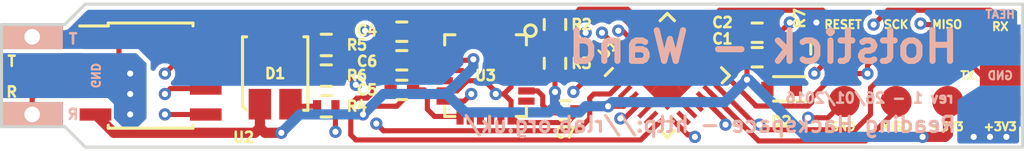
<source format=kicad_pcb>
(kicad_pcb (version 20171130) (host pcbnew "(5.1.12)-1")

  (general
    (thickness 1.6)
    (drawings 33)
    (tracks 393)
    (zones 0)
    (modules 20)
    (nets 25)
  )

  (page A4)
  (title_block
    (title "Hotstick Wand")
    (date 2016-01-20)
    (rev 1)
    (company "rLab/Reading Hackspace")
  )

  (layers
    (0 F.Signal.Cu signal)
    (1 In1.Ground.Cu power)
    (2 In2.Signal.Cu signal)
    (31 B.Power.Cu mixed)
    (32 B.Adhes user hide)
    (33 F.Adhes user hide)
    (34 B.Paste user hide)
    (35 F.Paste user hide)
    (36 B.SilkS user hide)
    (37 F.SilkS user)
    (38 B.Mask user hide)
    (39 F.Mask user)
    (40 Dwgs.User user hide)
    (41 Cmts.User user hide)
    (42 Eco1.User user hide)
    (43 Eco2.User user hide)
    (44 Edge.Cuts user)
    (45 Margin user)
    (46 B.CrtYd user)
    (47 F.CrtYd user)
    (48 B.Fab user hide)
    (49 F.Fab user hide)
  )

  (setup
    (last_trace_width 0.25)
    (trace_clearance 0.15)
    (zone_clearance 0.1)
    (zone_45_only no)
    (trace_min 0.2)
    (via_size 0.6)
    (via_drill 0.3)
    (via_min_size 0.4)
    (via_min_drill 0.3)
    (uvia_size 0.3)
    (uvia_drill 0.1)
    (uvias_allowed no)
    (uvia_min_size 0.2)
    (uvia_min_drill 0.1)
    (edge_width 0.15)
    (segment_width 0.2)
    (pcb_text_width 0.3)
    (pcb_text_size 1.5 1.5)
    (mod_edge_width 0.15)
    (mod_text_size 0.5 0.5)
    (mod_text_width 0.125)
    (pad_size 1.524 1.524)
    (pad_drill 0.762)
    (pad_to_mask_clearance 0.2)
    (aux_axis_origin 0 0)
    (visible_elements 7FFFFF3F)
    (pcbplotparams
      (layerselection 0x010f8_ffffffff)
      (usegerberextensions true)
      (usegerberattributes true)
      (usegerberadvancedattributes true)
      (creategerberjobfile true)
      (excludeedgelayer true)
      (linewidth 0.100000)
      (plotframeref false)
      (viasonmask false)
      (mode 1)
      (useauxorigin false)
      (hpglpennumber 1)
      (hpglpenspeed 20)
      (hpglpendiameter 15.000000)
      (psnegative false)
      (psa4output false)
      (plotreference true)
      (plotvalue true)
      (plotinvisibletext false)
      (padsonsilk false)
      (subtractmaskfromsilk false)
      (outputformat 1)
      (mirror false)
      (drillshape 0)
      (scaleselection 1)
      (outputdirectory "ProductionProtel/"))
  )

  (net 0 "")
  (net 1 +3V3)
  (net 2 GND)
  (net 3 "Net-(C2-Pad1)")
  (net 4 "Net-(C6-Pad2)")
  (net 5 "Net-(C7-Pad2)")
  (net 6 "Net-(D1-Pad2)")
  (net 7 "Net-(D1-Pad3)")
  (net 8 "Net-(D1-Pad4)")
  (net 9 /MISO)
  (net 10 /SCK)
  (net 11 /MOSI)
  (net 12 /RESET)
  (net 13 /HEAT)
  (net 14 /SENS)
  (net 15 /RX)
  (net 16 /TX)
  (net 17 /SDA)
  (net 18 /SCL)
  (net 19 /LED_R)
  (net 20 /LED_G)
  (net 21 /LED_B)
  (net 22 /TIP_TEMP_SELECT)
  (net 23 /MPU_INT)
  (net 24 /HEAT_DETECT)

  (net_class Default "This is the default net class."
    (clearance 0.15)
    (trace_width 0.25)
    (via_dia 0.6)
    (via_drill 0.3)
    (uvia_dia 0.3)
    (uvia_drill 0.1)
    (add_net +3V3)
    (add_net /HEAT)
    (add_net /HEAT_DETECT)
    (add_net /LED_B)
    (add_net /LED_G)
    (add_net /LED_R)
    (add_net /MISO)
    (add_net /MOSI)
    (add_net /MPU_INT)
    (add_net /RESET)
    (add_net /RX)
    (add_net /SCK)
    (add_net /SCL)
    (add_net /SDA)
    (add_net /SENS)
    (add_net /TIP_TEMP_SELECT)
    (add_net /TX)
    (add_net GND)
    (add_net "Net-(C2-Pad1)")
    (add_net "Net-(C6-Pad2)")
    (add_net "Net-(C7-Pad2)")
    (add_net "Net-(D1-Pad2)")
    (add_net "Net-(D1-Pad3)")
    (add_net "Net-(D1-Pad4)")
  )

  (net_class Power ""
    (clearance 0.15)
    (trace_width 0.5)
    (via_dia 0.6)
    (via_drill 0.3)
    (uvia_dia 0.3)
    (uvia_drill 0.1)
  )

  (module Wand:Base_Connector (layer F.Signal.Cu) (tedit 56A7EF90) (tstamp 569F6A6E)
    (at 145.9 112)
    (path /56417299)
    (fp_text reference P3 (at 0 2.6) (layer F.Fab)
      (effects (font (size 0.5 0.5) (thickness 0.125)))
    )
    (fp_text value BASE (at 4.6 -11.8) (layer F.Fab)
      (effects (font (size 0.5 0.5) (thickness 0.125)))
    )
    (pad 2 smd rect (at 0 -1.5) (size 2 2) (layers B.Power.Cu B.Paste B.Mask)
      (net 13 /HEAT))
    (pad 5 smd rect (at 0 1.5) (size 2 2) (layers B.Power.Cu B.Paste B.Mask)
      (net 2 GND))
    (pad 1 smd rect (at 0 1.5) (size 2 1) (layers F.Signal.Cu F.Paste F.Mask)
      (net 1 +3V3))
    (pad 3 smd rect (at 0 -1.5) (size 2 1) (layers F.Signal.Cu F.Paste F.Mask)
      (net 15 /RX))
    (pad 4 smd rect (at 0 0) (size 2 1) (layers F.Signal.Cu F.Paste F.Mask)
      (net 16 /TX))
  )

  (module Wand:MPU-6050 (layer F.Signal.Cu) (tedit 56A3FBCE) (tstamp 569F6AF4)
    (at 120.7 112 270)
    (path /56411594)
    (fp_text reference U3 (at 0 0) (layer F.SilkS)
      (effects (font (size 0.5 0.5) (thickness 0.125)))
    )
    (fp_text value MPU-6050 (at 2.8194 -3.8608 270) (layer F.Fab)
      (effects (font (size 0.5 0.5) (thickness 0.125)))
    )
    (fp_line (start -2 -2) (end -1.5 -2) (layer F.SilkS) (width 0.15))
    (fp_line (start -2 -2) (end -2 -1.5) (layer F.SilkS) (width 0.15))
    (fp_line (start -1.6 2) (end -1.5 2) (layer F.SilkS) (width 0.15))
    (fp_line (start -2 2) (end -1.6 2) (layer F.SilkS) (width 0.15))
    (fp_line (start -2 1.5) (end -2 2) (layer F.SilkS) (width 0.15))
    (fp_line (start 2 2) (end 2 1.5) (layer F.SilkS) (width 0.15))
    (fp_line (start 1.5 2) (end 2 2) (layer F.SilkS) (width 0.15))
    (fp_line (start 2 -2) (end 1.5 -2) (layer F.SilkS) (width 0.15))
    (fp_line (start 2 -1.5) (end 2 -2) (layer F.SilkS) (width 0.15))
    (fp_circle (center -2.2 -2.2) (end -2 -2) (layer F.SilkS) (width 0.15))
    (pad 1 smd rect (at -2 -1.25 270) (size 0.8 0.35) (layers F.Signal.Cu F.Paste F.Mask)
      (net 2 GND))
    (pad 2 smd rect (at -2 -0.75 270) (size 0.8 0.35) (layers F.Signal.Cu F.Paste F.Mask))
    (pad 3 smd rect (at -2 -0.25 270) (size 0.8 0.35) (layers F.Signal.Cu F.Paste F.Mask))
    (pad 4 smd rect (at -2 0.25 270) (size 0.8 0.35) (layers F.Signal.Cu F.Paste F.Mask))
    (pad 5 smd rect (at -2 0.75 270) (size 0.8 0.35) (layers F.Signal.Cu F.Paste F.Mask))
    (pad 6 smd rect (at -2 1.25 270) (size 0.8 0.35) (layers F.Signal.Cu F.Paste F.Mask))
    (pad 7 smd rect (at -1.25 2 270) (size 0.35 0.8) (layers F.Signal.Cu F.Paste F.Mask))
    (pad 8 smd rect (at -0.75 2 270) (size 0.35 0.8) (layers F.Signal.Cu F.Paste F.Mask)
      (net 1 +3V3))
    (pad 9 smd rect (at -0.25 2 270) (size 0.35 0.8) (layers F.Signal.Cu F.Paste F.Mask)
      (net 2 GND))
    (pad 10 smd rect (at 0.25 2 270) (size 0.35 0.8) (layers F.Signal.Cu F.Paste F.Mask)
      (net 4 "Net-(C6-Pad2)"))
    (pad 11 smd rect (at 0.75 2 270) (size 0.35 0.8) (layers F.Signal.Cu F.Paste F.Mask)
      (net 2 GND))
    (pad 12 smd rect (at 1.25 2 270) (size 0.35 0.8) (layers F.Signal.Cu F.Paste F.Mask)
      (net 23 /MPU_INT))
    (pad 13 smd rect (at 2 1.25 270) (size 0.8 0.35) (layers F.Signal.Cu F.Paste F.Mask)
      (net 1 +3V3))
    (pad 14 smd rect (at 2 0.75 270) (size 0.8 0.35) (layers F.Signal.Cu F.Paste F.Mask))
    (pad 15 smd rect (at 2 0.25 270) (size 0.8 0.35) (layers F.Signal.Cu F.Paste F.Mask))
    (pad 16 smd rect (at 2 -0.25 270) (size 0.8 0.35) (layers F.Signal.Cu F.Paste F.Mask))
    (pad 17 smd rect (at 2 -0.75 270) (size 0.8 0.35) (layers F.Signal.Cu F.Paste F.Mask))
    (pad 18 smd rect (at 2 -1.25 270) (size 0.8 0.35) (layers F.Signal.Cu F.Paste F.Mask)
      (net 2 GND))
    (pad 19 smd rect (at 1.25 -2 270) (size 0.35 0.8) (layers F.Signal.Cu F.Paste F.Mask))
    (pad 20 smd rect (at 0.75 -2 270) (size 0.35 0.8) (layers F.Signal.Cu F.Paste F.Mask)
      (net 5 "Net-(C7-Pad2)"))
    (pad 21 smd rect (at 0.25 -2 270) (size 0.35 0.8) (layers F.Signal.Cu F.Paste F.Mask))
    (pad 22 smd rect (at -0.25 -2 270) (size 0.35 0.8) (layers F.Signal.Cu F.Paste F.Mask))
    (pad 23 smd rect (at -0.75 -2 270) (size 0.35 0.8) (layers F.Signal.Cu F.Paste F.Mask)
      (net 18 /SCL))
    (pad 24 smd rect (at -1.25 -2 270) (size 0.35 0.8) (layers F.Signal.Cu F.Paste F.Mask)
      (net 17 /SDA))
  )

  (module Housings_SOIC:SOIC-8_3.9x4.9mm_Pitch1.27mm (layer F.Signal.Cu) (tedit 56A3FB5A) (tstamp 569F6ACE)
    (at 104.3 112)
    (descr "8-Lead Plastic Small Outline (SN) - Narrow, 3.90 mm Body [SOIC] (see Microchip Packaging Specification 00000049BS.pdf)")
    (tags "SOIC 1.27")
    (path /5695B735)
    (attr smd)
    (fp_text reference U2 (at 4.55 3.02) (layer F.SilkS)
      (effects (font (size 0.5 0.5) (thickness 0.125)))
    )
    (fp_text value MAX31855KASA+ (at 0 3.5) (layer F.Fab)
      (effects (font (size 0.5 0.5) (thickness 0.125)))
    )
    (fp_line (start -2.075 -2.43) (end -3.475 -2.43) (layer F.SilkS) (width 0.15))
    (fp_line (start -2.075 2.575) (end 2.075 2.575) (layer F.SilkS) (width 0.15))
    (fp_line (start -2.075 -2.575) (end 2.075 -2.575) (layer F.SilkS) (width 0.15))
    (fp_line (start -2.075 2.575) (end -2.075 2.43) (layer F.SilkS) (width 0.15))
    (fp_line (start 2.075 2.575) (end 2.075 2.43) (layer F.SilkS) (width 0.15))
    (fp_line (start 2.075 -2.575) (end 2.075 -2.43) (layer F.SilkS) (width 0.15))
    (fp_line (start -2.075 -2.575) (end -2.075 -2.43) (layer F.SilkS) (width 0.15))
    (fp_line (start -3.75 2.75) (end 3.75 2.75) (layer F.CrtYd) (width 0.05))
    (fp_line (start -3.75 -2.75) (end 3.75 -2.75) (layer F.CrtYd) (width 0.05))
    (fp_line (start 3.75 -2.75) (end 3.75 2.75) (layer F.CrtYd) (width 0.05))
    (fp_line (start -3.75 -2.75) (end -3.75 2.75) (layer F.CrtYd) (width 0.05))
    (pad 1 smd rect (at -2.7 -1.905) (size 1.55 0.6) (layers F.Signal.Cu F.Paste F.Mask)
      (net 2 GND))
    (pad 2 smd rect (at -2.7 -0.635) (size 1.55 0.6) (layers F.Signal.Cu F.Paste F.Mask)
      (net 2 GND))
    (pad 3 smd rect (at -2.7 0.635) (size 1.55 0.6) (layers F.Signal.Cu F.Paste F.Mask)
      (net 14 /SENS))
    (pad 4 smd rect (at -2.7 1.905) (size 1.55 0.6) (layers F.Signal.Cu F.Paste F.Mask)
      (net 1 +3V3))
    (pad 5 smd rect (at 2.7 1.905) (size 1.55 0.6) (layers F.Signal.Cu F.Paste F.Mask)
      (net 10 /SCK))
    (pad 6 smd rect (at 2.7 0.635) (size 1.55 0.6) (layers F.Signal.Cu F.Paste F.Mask)
      (net 22 /TIP_TEMP_SELECT))
    (pad 7 smd rect (at 2.7 -0.635) (size 1.55 0.6) (layers F.Signal.Cu F.Paste F.Mask)
      (net 9 /MISO))
    (pad 8 smd rect (at 2.7 -1.905) (size 1.55 0.6) (layers F.Signal.Cu F.Paste F.Mask))
    (model Housings_SOIC.3dshapes/SOIC-8_3.9x4.9mm_Pitch1.27mm.wrl
      (at (xyz 0 0 0))
      (scale (xyz 1 1 1))
      (rotate (xyz 0 0 0))
    )
  )

  (module Wand:QFN-28-1EP_4x4mm_Pitch0.45mm (layer F.Signal.Cu) (tedit 56AB54E5) (tstamp 569F6AC2)
    (at 129.6 112 45)
    (descr "28-Lead Plastic Quad Flat, No Lead Package (MK) - 4x4x0.9 mm Body [QFN]; (see Microchip Packaging Specification 00000049BS.pdf)")
    (tags "QFN 0.4")
    (path /563E7654)
    (attr smd)
    (fp_text reference U1 (at -1.131371 -2.969848 45) (layer F.SilkS)
      (effects (font (size 0.5 0.5) (thickness 0.125)))
    )
    (fp_text value ATMEGA328-MMH (at 4.617407 -4.70226 225) (layer F.Fab)
      (effects (font (size 0.5 0.5) (thickness 0.125)))
    )
    (fp_line (start -2.6 2.6) (end 2.6 2.6) (layer F.CrtYd) (width 0.05))
    (fp_line (start -2.6 -2.6) (end 2.6 -2.6) (layer F.CrtYd) (width 0.05))
    (fp_line (start 2.6 -2.6) (end 2.6 2.6) (layer F.CrtYd) (width 0.05))
    (fp_line (start -2.6 -2.6) (end -2.6 2.6) (layer F.CrtYd) (width 0.05))
    (fp_line (start -2.15 -2.15) (end -1.65 -2.15) (layer F.SilkS) (width 0.15))
    (fp_line (start 2.15 -2.15) (end 2.15 -1.65) (layer F.SilkS) (width 0.15))
    (fp_line (start 1.65 -2.15) (end 2.15 -2.15) (layer F.SilkS) (width 0.15))
    (fp_line (start 2.15 2.15) (end 1.65 2.15) (layer F.SilkS) (width 0.15))
    (fp_line (start 2.15 1.6) (end 2.15 2.15) (layer F.SilkS) (width 0.15))
    (fp_line (start -2.15 2.15) (end -1.65 2.15) (layer F.SilkS) (width 0.15))
    (fp_line (start -2.15 2.15) (end -2.15 1.65) (layer F.SilkS) (width 0.15))
    (fp_line (start -1.65 2.15) (end -2.15 2.15) (layer F.SilkS) (width 0.15))
    (pad 1 smd rect (at -2.025 -1.35 45) (size 0.8 0.22) (layers F.Signal.Cu F.Paste F.Mask)
      (net 19 /LED_R))
    (pad 2 smd rect (at -2.025 -0.9 45) (size 0.8 0.22) (layers F.Signal.Cu F.Paste F.Mask))
    (pad 3 smd rect (at -2.025 -0.45 45) (size 0.8 0.22) (layers F.Signal.Cu F.Paste F.Mask)
      (net 1 +3V3))
    (pad 4 smd rect (at -2.025 0 45) (size 0.8 0.22) (layers F.Signal.Cu F.Paste F.Mask)
      (net 2 GND))
    (pad 5 smd rect (at -2.025 0.45 45) (size 0.8 0.22) (layers F.Signal.Cu F.Paste F.Mask))
    (pad 6 smd rect (at -2.025 0.9 45) (size 0.8 0.22) (layers F.Signal.Cu F.Paste F.Mask))
    (pad 7 smd rect (at -2.025 1.35 45) (size 0.8 0.22) (layers F.Signal.Cu F.Paste F.Mask)
      (net 20 /LED_G))
    (pad 8 smd rect (at -1.35 2.025 135) (size 0.8 0.22) (layers F.Signal.Cu F.Paste F.Mask)
      (net 21 /LED_B))
    (pad 9 smd rect (at -0.9 2.025 135) (size 0.8 0.22) (layers F.Signal.Cu F.Paste F.Mask))
    (pad 10 smd rect (at -0.45 2.025 135) (size 0.8 0.22) (layers F.Signal.Cu F.Paste F.Mask))
    (pad 11 smd rect (at 0 2.025 135) (size 0.8 0.22) (layers F.Signal.Cu F.Paste F.Mask))
    (pad 12 smd rect (at 0.45 2.025 135) (size 0.8 0.22) (layers F.Signal.Cu F.Paste F.Mask)
      (net 22 /TIP_TEMP_SELECT))
    (pad 13 smd rect (at 0.9 2.025 135) (size 0.8 0.22) (layers F.Signal.Cu F.Paste F.Mask)
      (net 11 /MOSI))
    (pad 14 smd rect (at 1.35 2.025 135) (size 0.8 0.22) (layers F.Signal.Cu F.Paste F.Mask)
      (net 9 /MISO))
    (pad 15 smd rect (at 2.025 1.35 45) (size 0.8 0.22) (layers F.Signal.Cu F.Paste F.Mask)
      (net 10 /SCK))
    (pad 16 smd rect (at 2.025 0.9 45) (size 0.8 0.22) (layers F.Signal.Cu F.Paste F.Mask)
      (net 1 +3V3))
    (pad 17 smd rect (at 2.025 0.45 45) (size 0.8 0.22) (layers F.Signal.Cu F.Paste F.Mask)
      (net 3 "Net-(C2-Pad1)"))
    (pad 18 smd rect (at 2.025 0 45) (size 0.8 0.22) (layers F.Signal.Cu F.Paste F.Mask)
      (net 2 GND))
    (pad 19 smd rect (at 2.025 -0.45 45) (size 0.8 0.22) (layers F.Signal.Cu F.Paste F.Mask)
      (net 24 /HEAT_DETECT))
    (pad 20 smd rect (at 2.025 -0.9 45) (size 0.8 0.22) (layers F.Signal.Cu F.Paste F.Mask))
    (pad 21 smd rect (at 2.025 -1.35 45) (size 0.8 0.22) (layers F.Signal.Cu F.Paste F.Mask))
    (pad 22 smd rect (at 1.35 -2.025 135) (size 0.8 0.22) (layers F.Signal.Cu F.Paste F.Mask))
    (pad 23 smd rect (at 0.9 -2.025 135) (size 0.8 0.22) (layers F.Signal.Cu F.Paste F.Mask)
      (net 17 /SDA))
    (pad 24 smd rect (at 0.45 -2.025 135) (size 0.8 0.22) (layers F.Signal.Cu F.Paste F.Mask)
      (net 18 /SCL))
    (pad 25 smd rect (at 0 -2.025 135) (size 0.8 0.22) (layers F.Signal.Cu F.Paste F.Mask)
      (net 12 /RESET))
    (pad 26 smd rect (at -0.45 -2.025 135) (size 0.8 0.22) (layers F.Signal.Cu F.Paste F.Mask)
      (net 15 /RX))
    (pad 27 smd rect (at -0.9 -2.025 135) (size 0.8 0.22) (layers F.Signal.Cu F.Paste F.Mask)
      (net 16 /TX))
    (pad 28 smd rect (at -1.35 -2.025 135) (size 0.8 0.22) (layers F.Signal.Cu F.Paste F.Mask)
      (net 23 /MPU_INT))
    (pad 29 smd rect (at 0.6 0.6 45) (size 1.2 1.2) (layers F.Signal.Cu F.Paste F.Mask))
    (pad 29 smd rect (at 0.6 -0.6 45) (size 1.2 1.2) (layers F.Signal.Cu F.Paste F.Mask))
    (pad 29 smd rect (at -0.6 0.6 45) (size 1.2 1.2) (layers F.Signal.Cu F.Paste F.Mask))
    (pad 29 smd rect (at -0.6 -0.6 45) (size 1.2 1.2) (layers F.Signal.Cu F.Paste F.Mask))
    (model Housings_DFN_QFN.3dshapes/QFN-28-1EP_4x4mm_Pitch0.4mm.wrl
      (at (xyz 0 0 0))
      (scale (xyz 1 1 1))
      (rotate (xyz 0 0 0))
    )
  )

  (module Resistors_SMD:R_0402 (layer F.Signal.Cu) (tedit 56A3FAE7) (tstamp 569F6A92)
    (at 112.9 112 180)
    (descr "Resistor SMD 0402, reflow soldering, Vishay (see dcrcw.pdf)")
    (tags "resistor 0402")
    (path /563E78F7)
    (attr smd)
    (fp_text reference R6 (at -1.5 0 180) (layer F.SilkS)
      (effects (font (size 0.5 0.5) (thickness 0.125)))
    )
    (fp_text value 10R (at 0 1.8 180) (layer F.Fab)
      (effects (font (size 0.5 0.5) (thickness 0.125)))
    )
    (fp_line (start -0.25 0.525) (end 0.25 0.525) (layer F.SilkS) (width 0.15))
    (fp_line (start 0.25 -0.525) (end -0.25 -0.525) (layer F.SilkS) (width 0.15))
    (fp_line (start 0.95 -0.65) (end 0.95 0.65) (layer F.CrtYd) (width 0.05))
    (fp_line (start -0.95 -0.65) (end -0.95 0.65) (layer F.CrtYd) (width 0.05))
    (fp_line (start -0.95 0.65) (end 0.95 0.65) (layer F.CrtYd) (width 0.05))
    (fp_line (start -0.95 -0.65) (end 0.95 -0.65) (layer F.CrtYd) (width 0.05))
    (pad 1 smd rect (at -0.45 0 180) (size 0.4 0.6) (layers F.Signal.Cu F.Paste F.Mask)
      (net 21 /LED_B))
    (pad 2 smd rect (at 0.45 0 180) (size 0.4 0.6) (layers F.Signal.Cu F.Paste F.Mask)
      (net 6 "Net-(D1-Pad2)"))
    (model Resistors_SMD.3dshapes/R_0402.wrl
      (at (xyz 0 0 0))
      (scale (xyz 1 1 1))
      (rotate (xyz 0 0 0))
    )
  )

  (module Resistors_SMD:R_0402 (layer F.Signal.Cu) (tedit 56A3FA76) (tstamp 569F6A8C)
    (at 112.9 110.5 180)
    (descr "Resistor SMD 0402, reflow soldering, Vishay (see dcrcw.pdf)")
    (tags "resistor 0402")
    (path /563E795E)
    (attr smd)
    (fp_text reference R5 (at -1.5 0 180) (layer F.SilkS)
      (effects (font (size 0.5 0.5) (thickness 0.125)))
    )
    (fp_text value 10R (at 0 1.8 180) (layer F.Fab)
      (effects (font (size 0.5 0.5) (thickness 0.125)))
    )
    (fp_line (start -0.25 0.525) (end 0.25 0.525) (layer F.SilkS) (width 0.15))
    (fp_line (start 0.25 -0.525) (end -0.25 -0.525) (layer F.SilkS) (width 0.15))
    (fp_line (start 0.95 -0.65) (end 0.95 0.65) (layer F.CrtYd) (width 0.05))
    (fp_line (start -0.95 -0.65) (end -0.95 0.65) (layer F.CrtYd) (width 0.05))
    (fp_line (start -0.95 0.65) (end 0.95 0.65) (layer F.CrtYd) (width 0.05))
    (fp_line (start -0.95 -0.65) (end 0.95 -0.65) (layer F.CrtYd) (width 0.05))
    (pad 1 smd rect (at -0.45 0 180) (size 0.4 0.6) (layers F.Signal.Cu F.Paste F.Mask)
      (net 20 /LED_G))
    (pad 2 smd rect (at 0.45 0 180) (size 0.4 0.6) (layers F.Signal.Cu F.Paste F.Mask)
      (net 7 "Net-(D1-Pad3)"))
    (model Resistors_SMD.3dshapes/R_0402.wrl
      (at (xyz 0 0 0))
      (scale (xyz 1 1 1))
      (rotate (xyz 0 0 0))
    )
  )

  (module Resistors_SMD:R_0402 (layer F.Signal.Cu) (tedit 56A3FB03) (tstamp 569F6A86)
    (at 112.9 113.5 180)
    (descr "Resistor SMD 0402, reflow soldering, Vishay (see dcrcw.pdf)")
    (tags "resistor 0402")
    (path /563E79E9)
    (attr smd)
    (fp_text reference R4 (at -1.5 0 180) (layer F.SilkS)
      (effects (font (size 0.5 0.5) (thickness 0.125)))
    )
    (fp_text value 68R (at 0 1.8 180) (layer F.Fab)
      (effects (font (size 0.5 0.5) (thickness 0.125)))
    )
    (fp_line (start -0.25 0.525) (end 0.25 0.525) (layer F.SilkS) (width 0.15))
    (fp_line (start 0.25 -0.525) (end -0.25 -0.525) (layer F.SilkS) (width 0.15))
    (fp_line (start 0.95 -0.65) (end 0.95 0.65) (layer F.CrtYd) (width 0.05))
    (fp_line (start -0.95 -0.65) (end -0.95 0.65) (layer F.CrtYd) (width 0.05))
    (fp_line (start -0.95 0.65) (end 0.95 0.65) (layer F.CrtYd) (width 0.05))
    (fp_line (start -0.95 -0.65) (end 0.95 -0.65) (layer F.CrtYd) (width 0.05))
    (pad 1 smd rect (at -0.45 0 180) (size 0.4 0.6) (layers F.Signal.Cu F.Paste F.Mask)
      (net 19 /LED_R))
    (pad 2 smd rect (at 0.45 0 180) (size 0.4 0.6) (layers F.Signal.Cu F.Paste F.Mask)
      (net 8 "Net-(D1-Pad4)"))
    (model Resistors_SMD.3dshapes/R_0402.wrl
      (at (xyz 0 0 0))
      (scale (xyz 1 1 1))
      (rotate (xyz 0 0 0))
    )
  )

  (module Resistors_SMD:R_0402 (layer F.Signal.Cu) (tedit 56A3F925) (tstamp 569F6A80)
    (at 124.1 111.4 90)
    (descr "Resistor SMD 0402, reflow soldering, Vishay (see dcrcw.pdf)")
    (tags "resistor 0402")
    (path /56481FFA)
    (attr smd)
    (fp_text reference R3 (at 0 1.3 180) (layer F.SilkS)
      (effects (font (size 0.5 0.5) (thickness 0.125)))
    )
    (fp_text value 10k (at 0 1.8 90) (layer F.Fab)
      (effects (font (size 0.5 0.5) (thickness 0.125)))
    )
    (fp_line (start -0.25 0.525) (end 0.25 0.525) (layer F.SilkS) (width 0.15))
    (fp_line (start 0.25 -0.525) (end -0.25 -0.525) (layer F.SilkS) (width 0.15))
    (fp_line (start 0.95 -0.65) (end 0.95 0.65) (layer F.CrtYd) (width 0.05))
    (fp_line (start -0.95 -0.65) (end -0.95 0.65) (layer F.CrtYd) (width 0.05))
    (fp_line (start -0.95 0.65) (end 0.95 0.65) (layer F.CrtYd) (width 0.05))
    (fp_line (start -0.95 -0.65) (end 0.95 -0.65) (layer F.CrtYd) (width 0.05))
    (pad 1 smd rect (at -0.45 0 90) (size 0.4 0.6) (layers F.Signal.Cu F.Paste F.Mask)
      (net 1 +3V3))
    (pad 2 smd rect (at 0.45 0 90) (size 0.4 0.6) (layers F.Signal.Cu F.Paste F.Mask)
      (net 18 /SCL))
    (model Resistors_SMD.3dshapes/R_0402.wrl
      (at (xyz 0 0 0))
      (scale (xyz 1 1 1))
      (rotate (xyz 0 0 0))
    )
  )

  (module Resistors_SMD:R_0402 (layer F.Signal.Cu) (tedit 56A3F906) (tstamp 569F6A7A)
    (at 124.1 109.5 270)
    (descr "Resistor SMD 0402, reflow soldering, Vishay (see dcrcw.pdf)")
    (tags "resistor 0402")
    (path /56481F9A)
    (attr smd)
    (fp_text reference R2 (at 0 -1.3) (layer F.SilkS)
      (effects (font (size 0.5 0.5) (thickness 0.125)))
    )
    (fp_text value 10k (at 0 1.8 270) (layer F.Fab)
      (effects (font (size 0.5 0.5) (thickness 0.125)))
    )
    (fp_line (start -0.25 0.525) (end 0.25 0.525) (layer F.SilkS) (width 0.15))
    (fp_line (start 0.25 -0.525) (end -0.25 -0.525) (layer F.SilkS) (width 0.15))
    (fp_line (start 0.95 -0.65) (end 0.95 0.65) (layer F.CrtYd) (width 0.05))
    (fp_line (start -0.95 -0.65) (end -0.95 0.65) (layer F.CrtYd) (width 0.05))
    (fp_line (start -0.95 0.65) (end 0.95 0.65) (layer F.CrtYd) (width 0.05))
    (fp_line (start -0.95 -0.65) (end 0.95 -0.65) (layer F.CrtYd) (width 0.05))
    (pad 1 smd rect (at -0.45 0 270) (size 0.4 0.6) (layers F.Signal.Cu F.Paste F.Mask)
      (net 1 +3V3))
    (pad 2 smd rect (at 0.45 0 270) (size 0.4 0.6) (layers F.Signal.Cu F.Paste F.Mask)
      (net 17 /SDA))
    (model Resistors_SMD.3dshapes/R_0402.wrl
      (at (xyz 0 0 0))
      (scale (xyz 1 1 1))
      (rotate (xyz 0 0 0))
    )
  )

  (module Wand:Jack_3.5mm_KLB (layer B.Power.Cu) (tedit 56A7EFBC) (tstamp 569F6A65)
    (at 98.5 112)
    (path /56411635)
    (fp_text reference P2 (at 0 0) (layer F.Fab)
      (effects (font (size 0.5 0.5) (thickness 0.125)))
    )
    (fp_text value KLB4 (at 0 3.9) (layer B.Fab)
      (effects (font (size 0.5 0.5) (thickness 0.125)) (justify mirror))
    )
    (pad T thru_hole rect (at 0 -1.9) (size 3 1.2) (drill 0.762) (layers *.Cu *.Mask B.SilkS)
      (net 13 /HEAT))
    (pad R thru_hole rect (at 0 1.9) (size 3 1.2) (drill 0.762) (layers *.Cu *.Mask B.SilkS)
      (net 14 /SENS))
    (pad S smd rect (at 0.5 0) (size 4 2.2) (layers B.Power.Cu B.Paste B.Mask)
      (net 2 GND))
  )

  (module Capacitors_SMD:C_0402 (layer F.Signal.Cu) (tedit 56A3F8E4) (tstamp 569F6A42)
    (at 124.6 113.7 180)
    (descr "Capacitor SMD 0402, reflow soldering, AVX (see smccp.pdf)")
    (tags "capacitor 0402")
    (path /5647F0EB)
    (attr smd)
    (fp_text reference C7 (at 0 -1.1 180) (layer F.SilkS)
      (effects (font (size 0.5 0.5) (thickness 0.125)))
    )
    (fp_text value 2.2n (at 0 1.7 180) (layer F.Fab)
      (effects (font (size 0.5 0.5) (thickness 0.125)))
    )
    (fp_line (start -0.25 0.475) (end 0.25 0.475) (layer F.SilkS) (width 0.15))
    (fp_line (start 0.25 -0.475) (end -0.25 -0.475) (layer F.SilkS) (width 0.15))
    (fp_line (start 1.15 -0.6) (end 1.15 0.6) (layer F.CrtYd) (width 0.05))
    (fp_line (start -1.15 -0.6) (end -1.15 0.6) (layer F.CrtYd) (width 0.05))
    (fp_line (start -1.15 0.6) (end 1.15 0.6) (layer F.CrtYd) (width 0.05))
    (fp_line (start -1.15 -0.6) (end 1.15 -0.6) (layer F.CrtYd) (width 0.05))
    (pad 1 smd rect (at -0.55 0 180) (size 0.6 0.5) (layers F.Signal.Cu F.Paste F.Mask)
      (net 2 GND))
    (pad 2 smd rect (at 0.55 0 180) (size 0.6 0.5) (layers F.Signal.Cu F.Paste F.Mask)
      (net 5 "Net-(C7-Pad2)"))
    (model Capacitors_SMD.3dshapes/C_0402.wrl
      (at (xyz 0 0 0))
      (scale (xyz 1 1 1))
      (rotate (xyz 0 0 0))
    )
  )

  (module Capacitors_SMD:C_0402 (layer F.Signal.Cu) (tedit 56A3FA49) (tstamp 569F6A3C)
    (at 116.6 111.25)
    (descr "Capacitor SMD 0402, reflow soldering, AVX (see smccp.pdf)")
    (tags "capacitor 0402")
    (path /5647F6E8)
    (attr smd)
    (fp_text reference C6 (at -1.7 0.05) (layer F.SilkS)
      (effects (font (size 0.5 0.5) (thickness 0.125)))
    )
    (fp_text value 100n (at 0 1.7) (layer F.Fab)
      (effects (font (size 0.5 0.5) (thickness 0.125)))
    )
    (fp_line (start -0.25 0.475) (end 0.25 0.475) (layer F.SilkS) (width 0.15))
    (fp_line (start 0.25 -0.475) (end -0.25 -0.475) (layer F.SilkS) (width 0.15))
    (fp_line (start 1.15 -0.6) (end 1.15 0.6) (layer F.CrtYd) (width 0.05))
    (fp_line (start -1.15 -0.6) (end -1.15 0.6) (layer F.CrtYd) (width 0.05))
    (fp_line (start -1.15 0.6) (end 1.15 0.6) (layer F.CrtYd) (width 0.05))
    (fp_line (start -1.15 -0.6) (end 1.15 -0.6) (layer F.CrtYd) (width 0.05))
    (pad 1 smd rect (at -0.55 0) (size 0.6 0.5) (layers F.Signal.Cu F.Paste F.Mask)
      (net 2 GND))
    (pad 2 smd rect (at 0.55 0) (size 0.6 0.5) (layers F.Signal.Cu F.Paste F.Mask)
      (net 4 "Net-(C6-Pad2)"))
    (model Capacitors_SMD.3dshapes/C_0402.wrl
      (at (xyz 0 0 0))
      (scale (xyz 1 1 1))
      (rotate (xyz 0 0 0))
    )
  )

  (module Capacitors_SMD:C_0402 (layer F.Signal.Cu) (tedit 56A3FA2C) (tstamp 569F6A36)
    (at 116.6 112.7)
    (descr "Capacitor SMD 0402, reflow soldering, AVX (see smccp.pdf)")
    (tags "capacitor 0402")
    (path /5647FB65)
    (attr smd)
    (fp_text reference C5 (at -1.7 0) (layer F.SilkS)
      (effects (font (size 0.5 0.5) (thickness 0.125)))
    )
    (fp_text value 10n (at 0 1.7) (layer F.Fab)
      (effects (font (size 0.5 0.5) (thickness 0.125)))
    )
    (fp_line (start -0.25 0.475) (end 0.25 0.475) (layer F.SilkS) (width 0.15))
    (fp_line (start 0.25 -0.475) (end -0.25 -0.475) (layer F.SilkS) (width 0.15))
    (fp_line (start 1.15 -0.6) (end 1.15 0.6) (layer F.CrtYd) (width 0.05))
    (fp_line (start -1.15 -0.6) (end -1.15 0.6) (layer F.CrtYd) (width 0.05))
    (fp_line (start -1.15 0.6) (end 1.15 0.6) (layer F.CrtYd) (width 0.05))
    (fp_line (start -1.15 -0.6) (end 1.15 -0.6) (layer F.CrtYd) (width 0.05))
    (pad 1 smd rect (at -0.55 0) (size 0.6 0.5) (layers F.Signal.Cu F.Paste F.Mask)
      (net 2 GND))
    (pad 2 smd rect (at 0.55 0) (size 0.6 0.5) (layers F.Signal.Cu F.Paste F.Mask)
      (net 1 +3V3))
    (model Capacitors_SMD.3dshapes/C_0402.wrl
      (at (xyz 0 0 0))
      (scale (xyz 1 1 1))
      (rotate (xyz 0 0 0))
    )
  )

  (module Capacitors_SMD:C_0402 (layer F.Signal.Cu) (tedit 56A3FA5B) (tstamp 569F6A30)
    (at 116.6 109.85)
    (descr "Capacitor SMD 0402, reflow soldering, AVX (see smccp.pdf)")
    (tags "capacitor 0402")
    (path /5647FEFB)
    (attr smd)
    (fp_text reference C4 (at -1.7 -0.05) (layer F.SilkS)
      (effects (font (size 0.5 0.5) (thickness 0.125)))
    )
    (fp_text value 100n (at 0 1.7) (layer F.Fab)
      (effects (font (size 0.5 0.5) (thickness 0.125)))
    )
    (fp_line (start -0.25 0.475) (end 0.25 0.475) (layer F.SilkS) (width 0.15))
    (fp_line (start 0.25 -0.475) (end -0.25 -0.475) (layer F.SilkS) (width 0.15))
    (fp_line (start 1.15 -0.6) (end 1.15 0.6) (layer F.CrtYd) (width 0.05))
    (fp_line (start -1.15 -0.6) (end -1.15 0.6) (layer F.CrtYd) (width 0.05))
    (fp_line (start -1.15 0.6) (end 1.15 0.6) (layer F.CrtYd) (width 0.05))
    (fp_line (start -1.15 -0.6) (end 1.15 -0.6) (layer F.CrtYd) (width 0.05))
    (pad 1 smd rect (at -0.55 0) (size 0.6 0.5) (layers F.Signal.Cu F.Paste F.Mask)
      (net 2 GND))
    (pad 2 smd rect (at 0.55 0) (size 0.6 0.5) (layers F.Signal.Cu F.Paste F.Mask)
      (net 1 +3V3))
    (model Capacitors_SMD.3dshapes/C_0402.wrl
      (at (xyz 0 0 0))
      (scale (xyz 1 1 1))
      (rotate (xyz 0 0 0))
    )
  )

  (module Capacitors_SMD:C_0402 (layer F.Signal.Cu) (tedit 56AB531F) (tstamp 569F6A24)
    (at 134 109.9)
    (descr "Capacitor SMD 0402, reflow soldering, AVX (see smccp.pdf)")
    (tags "capacitor 0402")
    (path /564C69DF)
    (attr smd)
    (fp_text reference C2 (at -1.7 -0.5) (layer F.SilkS)
      (effects (font (size 0.5 0.5) (thickness 0.125)))
    )
    (fp_text value 100n (at 0 1.7) (layer F.Fab)
      (effects (font (size 0.5 0.5) (thickness 0.125)))
    )
    (fp_line (start -0.25 0.475) (end 0.25 0.475) (layer F.SilkS) (width 0.15))
    (fp_line (start 0.25 -0.475) (end -0.25 -0.475) (layer F.SilkS) (width 0.15))
    (fp_line (start 1.15 -0.6) (end 1.15 0.6) (layer F.CrtYd) (width 0.05))
    (fp_line (start -1.15 -0.6) (end -1.15 0.6) (layer F.CrtYd) (width 0.05))
    (fp_line (start -1.15 0.6) (end 1.15 0.6) (layer F.CrtYd) (width 0.05))
    (fp_line (start -1.15 -0.6) (end 1.15 -0.6) (layer F.CrtYd) (width 0.05))
    (pad 1 smd rect (at -0.55 0) (size 0.6 0.5) (layers F.Signal.Cu F.Paste F.Mask)
      (net 3 "Net-(C2-Pad1)"))
    (pad 2 smd rect (at 0.55 0) (size 0.6 0.5) (layers F.Signal.Cu F.Paste F.Mask)
      (net 2 GND))
    (model Capacitors_SMD.3dshapes/C_0402.wrl
      (at (xyz 0 0 0))
      (scale (xyz 1 1 1))
      (rotate (xyz 0 0 0))
    )
  )

  (module Capacitors_SMD:C_0402 (layer F.Signal.Cu) (tedit 56AB531C) (tstamp 569F6A1E)
    (at 134 111.1)
    (descr "Capacitor SMD 0402, reflow soldering, AVX (see smccp.pdf)")
    (tags "capacitor 0402")
    (path /56959BA2)
    (attr smd)
    (fp_text reference C1 (at -1.7 -0.9) (layer F.SilkS)
      (effects (font (size 0.5 0.5) (thickness 0.125)))
    )
    (fp_text value 100n (at 0 1.7) (layer F.Fab)
      (effects (font (size 0.5 0.5) (thickness 0.125)))
    )
    (fp_line (start -0.25 0.475) (end 0.25 0.475) (layer F.SilkS) (width 0.15))
    (fp_line (start 0.25 -0.475) (end -0.25 -0.475) (layer F.SilkS) (width 0.15))
    (fp_line (start 1.15 -0.6) (end 1.15 0.6) (layer F.CrtYd) (width 0.05))
    (fp_line (start -1.15 -0.6) (end -1.15 0.6) (layer F.CrtYd) (width 0.05))
    (fp_line (start -1.15 0.6) (end 1.15 0.6) (layer F.CrtYd) (width 0.05))
    (fp_line (start -1.15 -0.6) (end 1.15 -0.6) (layer F.CrtYd) (width 0.05))
    (pad 1 smd rect (at -0.55 0) (size 0.6 0.5) (layers F.Signal.Cu F.Paste F.Mask)
      (net 1 +3V3))
    (pad 2 smd rect (at 0.55 0) (size 0.6 0.5) (layers F.Signal.Cu F.Paste F.Mask)
      (net 2 GND))
    (model Capacitors_SMD.3dshapes/C_0402.wrl
      (at (xyz 0 0 0))
      (scale (xyz 1 1 1))
      (rotate (xyz 0 0 0))
    )
  )

  (module Wand:Tri-Colour_LED (layer F.Signal.Cu) (tedit 56A3FB25) (tstamp 569F6A50)
    (at 110.4 111.9)
    (path /56483D93)
    (fp_text reference D1 (at 0 0) (layer F.SilkS)
      (effects (font (size 0.5 0.5) (thickness 0.125)))
    )
    (fp_text value ASMB-MTB0-0A3A2 (at 0 -3.2) (layer F.Fab)
      (effects (font (size 0.5 0.5) (thickness 0.125)))
    )
    (fp_line (start -1.6 1.6) (end -1.4 1.8) (layer F.SilkS) (width 0.15))
    (fp_line (start -1.6 -1.8) (end -1.6 1.6) (layer F.SilkS) (width 0.15))
    (fp_line (start -1.4 -1.8) (end -1.6 -1.8) (layer F.SilkS) (width 0.15))
    (fp_line (start 1.6 1.8) (end 1.4 1.8) (layer F.SilkS) (width 0.15))
    (fp_line (start 1.6 -1.8) (end 1.6 1.8) (layer F.SilkS) (width 0.15))
    (fp_line (start 1.4 -1.8) (end 1.6 -1.8) (layer F.SilkS) (width 0.15))
    (pad 1 smd rect (at -0.75 1.5) (size 1.1 1.5) (layers F.Signal.Cu F.Paste F.Mask)
      (net 1 +3V3))
    (pad 2 smd rect (at -0.75 -1.5) (size 1.1 1.5) (layers F.Signal.Cu F.Paste F.Mask)
      (net 6 "Net-(D1-Pad2)"))
    (pad 3 smd rect (at 0.75 -1.5) (size 1.1 1.5) (layers F.Signal.Cu F.Paste F.Mask)
      (net 7 "Net-(D1-Pad3)"))
    (pad 4 smd rect (at 0.75 1.5) (size 1.1 1.5) (layers F.Signal.Cu F.Paste F.Mask)
      (net 8 "Net-(D1-Pad4)"))
  )

  (module Wand:ISP_pads_2x3 (layer F.Signal.Cu) (tedit 56A7F289) (tstamp 569F6A5E)
    (at 140.8 112 270)
    (path /56417313)
    (fp_text reference P1 (at -3.1 0) (layer F.Fab)
      (effects (font (size 0.5 0.5) (thickness 0.125)))
    )
    (fp_text value ISP (at 0 1.2) (layer F.Fab)
      (effects (font (size 0.5 0.5) (thickness 0.125)))
    )
    (pad 1 connect rect (at -1.27 -2.54 270) (size 1.524 1.524) (layers F.Signal.Cu F.Mask)
      (net 9 /MISO))
    (pad 2 connect circle (at 1.27 -2.54 270) (size 1.524 1.524) (layers F.Signal.Cu F.Mask)
      (net 1 +3V3))
    (pad 3 connect circle (at -1.27 0 270) (size 1.524 1.524) (layers F.Signal.Cu F.Mask)
      (net 10 /SCK))
    (pad 4 connect circle (at 1.27 0 270) (size 1.524 1.524) (layers F.Signal.Cu F.Mask)
      (net 11 /MOSI))
    (pad 5 connect circle (at -1.27 2.54 270) (size 1.524 1.524) (layers F.Signal.Cu F.Mask)
      (net 12 /RESET))
    (pad 6 connect circle (at 1.27 2.54 270) (size 1.524 1.524) (layers F.Signal.Cu F.Mask)
      (net 2 GND))
  )

  (module Resistors_SMD:R_0402 (layer F.Signal.Cu) (tedit 56AB5339) (tstamp 56AA1B24)
    (at 136.1 110.7 270)
    (descr "Resistor SMD 0402, reflow soldering, Vishay (see dcrcw.pdf)")
    (tags "resistor 0402")
    (path /56AA259D)
    (attr smd)
    (fp_text reference R7 (at -1.5 0.02 270) (layer F.SilkS)
      (effects (font (size 0.5 0.5) (thickness 0.125)))
    )
    (fp_text value 10K (at 0 1.8 270) (layer F.Fab)
      (effects (font (size 0.5 0.5) (thickness 0.125)))
    )
    (fp_line (start -0.25 0.525) (end 0.25 0.525) (layer F.SilkS) (width 0.15))
    (fp_line (start 0.25 -0.525) (end -0.25 -0.525) (layer F.SilkS) (width 0.15))
    (fp_line (start 0.95 -0.65) (end 0.95 0.65) (layer F.CrtYd) (width 0.05))
    (fp_line (start -0.95 -0.65) (end -0.95 0.65) (layer F.CrtYd) (width 0.05))
    (fp_line (start -0.95 0.65) (end 0.95 0.65) (layer F.CrtYd) (width 0.05))
    (fp_line (start -0.95 -0.65) (end 0.95 -0.65) (layer F.CrtYd) (width 0.05))
    (pad 1 smd rect (at -0.45 0 270) (size 0.4 0.6) (layers F.Signal.Cu F.Paste F.Mask)
      (net 13 /HEAT))
    (pad 2 smd rect (at 0.45 0 270) (size 0.4 0.6) (layers F.Signal.Cu F.Paste F.Mask)
      (net 24 /HEAT_DETECT))
    (model Resistors_SMD.3dshapes/R_0402.wrl
      (at (xyz 0 0 0))
      (scale (xyz 1 1 1))
      (rotate (xyz 0 0 0))
    )
  )

  (module Diodes_SMD:SOD-523 (layer F.Signal.Cu) (tedit 0) (tstamp 56F82F9A)
    (at 135.2 112.65)
    (descr "http://www.diodes.com/datasheets/ap02001.pdf p.144")
    (tags "Diode SOD523")
    (path /56AA25F0)
    (attr smd)
    (fp_text reference D2 (at -0.02 1.61) (layer F.SilkS)
      (effects (font (size 0.5 0.5) (thickness 0.125)))
    )
    (fp_text value 3V3 (at 0 1.7) (layer F.Fab)
      (effects (font (size 0.5 0.5) (thickness 0.125)))
    )
    (fp_line (start -0.4 -0.6) (end 1.15 -0.6) (layer F.SilkS) (width 0.15))
    (fp_line (start -0.4 0.6) (end 1.15 0.6) (layer F.SilkS) (width 0.15))
    (pad 2 smd rect (at -0.7 0) (size 0.6 0.7) (layers F.Signal.Cu F.Paste F.Mask)
      (net 2 GND))
    (pad 1 smd rect (at 0.7 0) (size 0.6 0.7) (layers F.Signal.Cu F.Paste F.Mask)
      (net 24 /HEAT_DETECT))
  )

  (gr_text R (at 100.5 113.9) (layer B.SilkS)
    (effects (font (size 0.5 0.5) (thickness 0.125)) (justify mirror))
  )
  (gr_text T (at 100.5 110.2) (layer B.SilkS)
    (effects (font (size 0.5 0.5) (thickness 0.125)) (justify mirror))
  )
  (gr_text GND (at 101.6 112 270) (layer B.SilkS)
    (effects (font (size 0.4 0.4) (thickness 0.1)) (justify mirror))
  )
  (gr_text GND (at 145.9 112) (layer B.SilkS)
    (effects (font (size 0.4 0.4) (thickness 0.1)) (justify mirror))
  )
  (gr_text HEAT (at 145.9 109) (layer B.SilkS)
    (effects (font (size 0.4 0.4) (thickness 0.1)) (justify mirror))
  )
  (gr_text GND (at 138.2 114.5) (layer F.SilkS)
    (effects (font (size 0.4 0.4) (thickness 0.1)))
  )
  (gr_text +3V3 (at 143.3 114.5) (layer F.SilkS)
    (effects (font (size 0.4 0.4) (thickness 0.1)))
  )
  (gr_text MISO (at 140.8 114.5) (layer F.SilkS)
    (effects (font (size 0.4 0.4) (thickness 0.1)))
  )
  (gr_text MISO (at 143.3 109.5) (layer F.SilkS)
    (effects (font (size 0.4 0.4) (thickness 0.1)))
  )
  (gr_text SCK (at 140.8 109.5) (layer F.SilkS)
    (effects (font (size 0.4 0.4) (thickness 0.1)))
  )
  (gr_text RESET (at 138.2 109.5) (layer F.SilkS)
    (effects (font (size 0.4 0.4) (thickness 0.1)))
  )
  (gr_text TX (at 144.3 112) (layer F.SilkS)
    (effects (font (size 0.4 0.4) (thickness 0.1)))
  )
  (gr_text +3V3 (at 145.9 114.5) (layer F.SilkS)
    (effects (font (size 0.4 0.4) (thickness 0.1)))
  )
  (gr_text RX (at 145.9 109.6) (layer F.SilkS)
    (effects (font (size 0.4 0.4) (thickness 0.1)))
  )
  (gr_text R (at 97.5 112.8) (layer F.SilkS)
    (effects (font (size 0.5 0.5) (thickness 0.125)))
  )
  (gr_text T (at 97.5 111.3) (layer F.SilkS)
    (effects (font (size 0.5 0.5) (thickness 0.125)))
  )
  (gr_text "rev 1 - 26/01/2016" (at 139.5 113.1) (layer B.SilkS)
    (effects (font (size 0.5 0.5) (thickness 0.125)) (justify mirror))
  )
  (gr_text "Reading Hackspace - http://rlab.org.uk/" (at 131.7 114.4) (layer B.SilkS)
    (effects (font (size 0.75 0.75) (thickness 0.15)) (justify mirror))
  )
  (gr_text "Hotstick - Wand" (at 134.3 110.6) (layer B.SilkS)
    (effects (font (size 1.5 1.5) (thickness 0.3)) (justify mirror))
  )
  (dimension 1.1 (width 0.3) (layer Dwgs.User)
    (gr_text "1.100 mm" (at 107.7 123.3) (layer Dwgs.User)
      (effects (font (size 1.5 1.5) (thickness 0.3)))
    )
    (feature1 (pts (xy 100 115.5) (xy 100 124.9)))
    (feature2 (pts (xy 101.1 115.5) (xy 101.1 124.9)))
    (crossbar (pts (xy 101.1 122.2) (xy 100 122.2)))
    (arrow1a (pts (xy 100 122.2) (xy 101.126504 121.613579)))
    (arrow1b (pts (xy 100 122.2) (xy 101.126504 122.786421)))
    (arrow2a (pts (xy 101.1 122.2) (xy 99.973496 121.613579)))
    (arrow2b (pts (xy 101.1 122.2) (xy 99.973496 122.786421)))
  )
  (dimension 3 (width 0.3) (layer Dwgs.User)
    (gr_text "3.000 mm" (at 106.5 127.5) (layer Dwgs.User)
      (effects (font (size 1.5 1.5) (thickness 0.3)))
    )
    (feature1 (pts (xy 100 114.5) (xy 100 128.7)))
    (feature2 (pts (xy 97 114.5) (xy 97 128.7)))
    (crossbar (pts (xy 97 126) (xy 100 126)))
    (arrow1a (pts (xy 100 126) (xy 98.873496 126.586421)))
    (arrow1b (pts (xy 100 126) (xy 98.873496 125.413579)))
    (arrow2a (pts (xy 97 126) (xy 98.126504 126.586421)))
    (arrow2b (pts (xy 97 126) (xy 98.126504 125.413579)))
  )
  (dimension 50.000025 (width 0.3) (layer Dwgs.User)
    (gr_text "50.000 mm" (at 122.015477 131.002184 0.05729576041) (layer Dwgs.User)
      (effects (font (size 1.5 1.5) (thickness 0.3)))
    )
    (feature1 (pts (xy 97 115.55) (xy 97.016827 132.377184)))
    (feature2 (pts (xy 147 115.5) (xy 147.016827 132.327184)))
    (crossbar (pts (xy 147.014127 129.627185) (xy 97.014127 129.677185)))
    (arrow1a (pts (xy 97.014127 129.677185) (xy 98.140044 129.089638)))
    (arrow1b (pts (xy 97.014127 129.677185) (xy 98.141217 130.262479)))
    (arrow2a (pts (xy 147.014127 129.627185) (xy 145.887037 129.041891)))
    (arrow2b (pts (xy 147.014127 129.627185) (xy 145.88821 130.214732)))
  )
  (gr_line (start 100.1 109.5) (end 97 109.5) (angle 90) (layer Edge.Cuts) (width 0.15))
  (gr_line (start 101.1 108.5) (end 100.1 109.5) (angle 90) (layer Edge.Cuts) (width 0.15))
  (gr_line (start 147 108.5) (end 101.1 108.5) (angle 90) (layer Edge.Cuts) (width 0.15))
  (gr_line (start 147 115.5) (end 147 108.5) (angle 90) (layer Edge.Cuts) (width 0.15))
  (gr_line (start 101.1 115.5) (end 147 115.5) (angle 90) (layer Edge.Cuts) (width 0.15))
  (gr_line (start 100.1 114.5) (end 101.1 115.5) (angle 90) (layer Edge.Cuts) (width 0.15))
  (gr_line (start 97 114.5) (end 100.1 114.5) (angle 90) (layer Edge.Cuts) (width 0.15))
  (gr_line (start 97 109.5) (end 97 114.5) (angle 90) (layer Edge.Cuts) (width 0.15))
  (dimension 7 (width 0.3) (layer Dwgs.User)
    (gr_text "7.000 mm" (at 156.05 112.1 270) (layer Dwgs.User)
      (effects (font (size 1.5 1.5) (thickness 0.3)))
    )
    (feature1 (pts (xy 147 115.5) (xy 154.5 115.5)))
    (feature2 (pts (xy 147 108.5) (xy 154.5 108.5)))
    (crossbar (pts (xy 151.8 108.5) (xy 151.8 115.5)))
    (arrow1a (pts (xy 151.8 115.5) (xy 151.213579 114.373496)))
    (arrow1b (pts (xy 151.8 115.5) (xy 152.386421 114.373496)))
    (arrow2a (pts (xy 151.8 108.5) (xy 151.213579 109.626504)))
    (arrow2b (pts (xy 151.8 108.5) (xy 152.386421 109.626504)))
  )
  (dimension 45.9 (width 0.3) (layer Dwgs.User)
    (gr_text "45.900 mm" (at 123.5 124.15) (layer Dwgs.User)
      (effects (font (size 1.5 1.5) (thickness 0.3)))
    )
    (feature1 (pts (xy 101.1 115.5) (xy 101.1 122.2)))
    (feature2 (pts (xy 147 115.5) (xy 147 122.2)))
    (crossbar (pts (xy 147 119.5) (xy 101.1 119.5)))
    (arrow1a (pts (xy 101.1 119.5) (xy 102.226504 118.913579)))
    (arrow1b (pts (xy 101.1 119.5) (xy 102.226504 120.086421)))
    (arrow2a (pts (xy 147 119.5) (xy 145.873496 118.913579)))
    (arrow2b (pts (xy 147 119.5) (xy 145.873496 120.086421)))
  )
  (dimension 5 (width 0.3) (layer Dwgs.User)
    (gr_text "5.000 mm" (at 89.35 112.3 270) (layer Dwgs.User)
      (effects (font (size 1.5 1.5) (thickness 0.3)))
    )
    (feature1 (pts (xy 97 114.5) (xy 91.100001 114.5)))
    (feature2 (pts (xy 97 109.5) (xy 91.100001 109.5)))
    (crossbar (pts (xy 93.800001 109.5) (xy 93.800001 114.5)))
    (arrow1a (pts (xy 93.800001 114.5) (xy 93.21358 113.373496)))
    (arrow1b (pts (xy 93.800001 114.5) (xy 94.386422 113.373496)))
    (arrow2a (pts (xy 93.800001 109.5) (xy 93.21358 110.626504)))
    (arrow2b (pts (xy 93.800001 109.5) (xy 94.386422 110.626504)))
  )

  (segment (start 124.1 112.8) (end 124.1 113.5) (width 0.5) (layer B.Power.Cu) (net 1))
  (segment (start 124.1 113.5) (end 123.8 113.8) (width 0.5) (layer B.Power.Cu) (net 1) (tstamp 56AB48ED))
  (segment (start 119.7 113.8) (end 118.8 112.9) (width 0.5) (layer B.Power.Cu) (net 1) (tstamp 56AB48F7))
  (segment (start 123.8 113.8) (end 119.7 113.8) (width 0.5) (layer B.Power.Cu) (net 1) (tstamp 56AB48EF))
  (segment (start 136.4 115) (end 133.6 112.2) (width 0.5) (layer B.Power.Cu) (net 1))
  (segment (start 136.4 115) (end 142.1 115) (width 0.5) (layer B.Power.Cu) (net 1))
  (segment (start 143.2 115) (end 143.34 114.86) (width 0.5) (layer F.Signal.Cu) (net 1) (tstamp 56A01214))
  (segment (start 143.34 113.27) (end 143.34 114.86) (width 0.5) (layer F.Signal.Cu) (net 1) (tstamp 56A01217) (status 20))
  (segment (start 142.9 115) (end 143.2 115) (width 0.5) (layer F.Signal.Cu) (net 1))
  (via (at 142.1 115) (size 0.6) (drill 0.3) (layers F.Signal.Cu B.Power.Cu) (net 1))
  (segment (start 142.9 115) (end 142.1 115) (width 0.5) (layer F.Signal.Cu) (net 1))
  (segment (start 133.6 112.2) (end 133.5 112.2) (width 0.5) (layer B.Power.Cu) (net 1) (tstamp 56AB4358))
  (segment (start 126.7 113.5) (end 126.9 113.3) (width 0.5) (layer B.Power.Cu) (net 1))
  (segment (start 126.9 113.3) (end 132.4 113.3) (width 0.5) (layer B.Power.Cu) (net 1) (tstamp 56AB4349))
  (segment (start 132.4 113.3) (end 133.5 112.2) (width 0.5) (layer B.Power.Cu) (net 1) (tstamp 56AB4351))
  (via (at 133.5 112.2) (size 0.6) (drill 0.3) (layers F.Signal.Cu B.Power.Cu) (net 1))
  (segment (start 133.5 112.2) (end 133.5 111.15) (width 0.25) (layer F.Signal.Cu) (net 1) (tstamp 56AB42D3))
  (segment (start 133.45 111.1) (end 133.5 111.15) (width 0.25) (layer F.Signal.Cu) (net 1))
  (segment (start 131.668287 111.204505) (end 132.172792 110.7) (width 0.25) (layer F.Signal.Cu) (net 1))
  (segment (start 133.05 110.7) (end 133.45 111.1) (width 0.25) (layer F.Signal.Cu) (net 1) (tstamp 56AB3D09))
  (segment (start 132.172792 110.7) (end 133.05 110.7) (width 0.25) (layer F.Signal.Cu) (net 1) (tstamp 56AB3D07))
  (segment (start 120.1 111.2) (end 120.1 111.6) (width 0.5) (layer B.Power.Cu) (net 1))
  (segment (start 120.05 111.25) (end 120.1 111.2) (width 0.25) (layer F.Signal.Cu) (net 1) (tstamp 56A0A48B))
  (via (at 120.1 111.2) (size 0.6) (drill 0.3) (layers F.Signal.Cu B.Power.Cu) (net 1))
  (segment (start 118.2 111.25) (end 120.05 111.25) (width 0.25) (layer F.Signal.Cu) (net 1))
  (segment (start 115.7 112.9) (end 114.7 113.9) (width 0.5) (layer B.Power.Cu) (net 1) (tstamp 56AA19B0))
  (segment (start 118.8 112.9) (end 115.7 112.9) (width 0.5) (layer B.Power.Cu) (net 1) (tstamp 56AA19AD))
  (segment (start 120.1 111.6) (end 118.8 112.9) (width 0.5) (layer B.Power.Cu) (net 1) (tstamp 56AA19A3))
  (segment (start 109.4 114.8) (end 102.495 114.8) (width 0.5) (layer F.Signal.Cu) (net 1))
  (segment (start 109.65 114.55) (end 109.4 114.8) (width 0.5) (layer F.Signal.Cu) (net 1) (tstamp 56A7E211))
  (segment (start 102.495 114.8) (end 101.6 113.905) (width 0.5) (layer F.Signal.Cu) (net 1) (tstamp 56AA1699))
  (segment (start 109.65 113.4) (end 109.65 114.55) (width 0.5) (layer F.Signal.Cu) (net 1))
  (segment (start 116.25 113.5) (end 116.35 113.5) (width 0.25) (layer F.Signal.Cu) (net 1))
  (segment (start 116.35 113.5) (end 117.15 112.7) (width 0.25) (layer F.Signal.Cu) (net 1) (tstamp 56A3FB63))
  (via (at 114.7 113.9) (size 0.6) (drill 0.3) (layers F.Signal.Cu B.Power.Cu) (net 1))
  (segment (start 114.7 113.9) (end 115.1 113.5) (width 0.25) (layer F.Signal.Cu) (net 1) (tstamp 56A0082E))
  (segment (start 115.1 113.5) (end 116.25 113.5) (width 0.25) (layer F.Signal.Cu) (net 1) (tstamp 56A0082F))
  (segment (start 117.85 113) (end 117.85 112.85) (width 0.25) (layer F.Signal.Cu) (net 1))
  (segment (start 117.85 112.85) (end 117.7 112.7) (width 0.25) (layer F.Signal.Cu) (net 1) (tstamp 56A3FB5F))
  (segment (start 117.7 112.7) (end 117.15 112.7) (width 0.25) (layer F.Signal.Cu) (net 1) (tstamp 56A3FB60))
  (segment (start 117.85 113) (end 117.85 113.65) (width 0.25) (layer F.Signal.Cu) (net 1) (tstamp 569FFEBF))
  (segment (start 119.45 114) (end 118.2 114) (width 0.25) (layer F.Signal.Cu) (net 1) (tstamp 569FFB26) (status 20))
  (segment (start 117.85 113.65) (end 118.2 114) (width 0.25) (layer F.Signal.Cu) (net 1) (tstamp 569FFB22))
  (segment (start 126.7 113.5) (end 125.6 113.5) (width 0.5) (layer B.Power.Cu) (net 1))
  (segment (start 124.4 113.8) (end 124.1 113.5) (width 0.5) (layer B.Power.Cu) (net 1) (tstamp 56A0B152))
  (segment (start 125.3 113.8) (end 124.4 113.8) (width 0.5) (layer B.Power.Cu) (net 1) (tstamp 56A0B2A8))
  (segment (start 125.6 113.5) (end 125.3 113.8) (width 0.5) (layer B.Power.Cu) (net 1) (tstamp 56A0B2A2))
  (via (at 124.1 112.8) (size 0.6) (drill 0.3) (layers F.Signal.Cu B.Power.Cu) (net 1))
  (segment (start 124.1 112.8) (end 124.1 111.85) (width 0.25) (layer F.Signal.Cu) (net 1) (status 20))
  (segment (start 109.65 114.55) (end 109.9 114.8) (width 0.5) (layer F.Signal.Cu) (net 1) (tstamp 56A018A4))
  (segment (start 111.6 113.9) (end 110.7 114.8) (width 0.5) (layer B.Power.Cu) (net 1) (tstamp 56A0084D))
  (via (at 110.7 114.8) (size 0.6) (drill 0.3) (layers F.Signal.Cu B.Power.Cu) (net 1))
  (segment (start 111.6 113.9) (end 114.7 113.9) (width 0.5) (layer B.Power.Cu) (net 1))
  (segment (start 109.9 114.8) (end 110.7 114.8) (width 0.5) (layer F.Signal.Cu) (net 1) (tstamp 56A018A6))
  (segment (start 145.9 113.5) (end 143.57 113.5) (width 0.5) (layer F.Signal.Cu) (net 1) (status 30))
  (segment (start 124.1 109.05) (end 117.95 109.05) (width 0.25) (layer F.Signal.Cu) (net 1) (status 10))
  (segment (start 117.95 109.05) (end 117.15 109.85) (width 0.25) (layer F.Signal.Cu) (net 1) (tstamp 56A00A2A) (status 20))
  (segment (start 109.65 113.75) (end 109.65 113.4) (width 0.25) (layer F.Signal.Cu) (net 1) (tstamp 56A00780) (status 30))
  (segment (start 118.7 111.25) (end 118.2 111.25) (width 0.25) (layer F.Signal.Cu) (net 1) (status 10))
  (segment (start 118.2 111.25) (end 117.95 111) (width 0.25) (layer F.Signal.Cu) (net 1) (tstamp 569FFEA5))
  (segment (start 117.95 111) (end 117.95 110.65) (width 0.25) (layer F.Signal.Cu) (net 1) (tstamp 569FFEAB))
  (segment (start 117.95 110.65) (end 117.15 109.85) (width 0.25) (layer F.Signal.Cu) (net 1) (tstamp 569FFEAE) (status 20))
  (via (at 126.7 113.5) (size 0.6) (drill 0.3) (layers F.Signal.Cu B.Power.Cu) (net 1))
  (segment (start 127.2 113.5) (end 127.463604 113.5) (width 0.25) (layer F.Signal.Cu) (net 1))
  (segment (start 126.7 113.5) (end 127.2 113.5) (width 0.25) (layer F.Signal.Cu) (net 1))
  (segment (start 142.9 113.71) (end 143.34 113.27) (width 0.25) (layer F.Signal.Cu) (net 1) (tstamp 56A011F8) (status 30))
  (segment (start 143.57 113.5) (end 143.34 113.27) (width 0.25) (layer F.Signal.Cu) (net 1) (tstamp 56A0109C) (status 30))
  (segment (start 127.463604 113.5) (end 127.849911 113.113693) (width 0.25) (layer F.Signal.Cu) (net 1) (tstamp 56A0B27C))
  (segment (start 127.463604 113.5) (end 127.849911 113.113693) (width 0.25) (layer F.Signal.Cu) (net 1) (tstamp 56A00BB6) (status 20))
  (segment (start 127.849911 113.113693) (end 127.849911 113.150089) (width 0.25) (layer F.Signal.Cu) (net 1) (status 30))
  (segment (start 134.5 112.65) (end 134.5 111.15) (width 0.25) (layer F.Signal.Cu) (net 2))
  (segment (start 134.5 111.15) (end 134.55 111.1) (width 0.25) (layer F.Signal.Cu) (net 2))
  (segment (start 136.55 113.95) (end 136.498857 114.001143) (width 0.25) (layer In1.Ground.Cu) (net 2))
  (segment (start 136.923121 114.064952) (end 136.498857 114.064952) (width 0.25) (layer In1.Ground.Cu) (net 2))
  (segment (start 143.664952 114.064952) (end 136.923121 114.064952) (width 0.25) (layer In1.Ground.Cu) (net 2))
  (segment (start 144.6 115) (end 143.664952 114.064952) (width 0.25) (layer In1.Ground.Cu) (net 2))
  (segment (start 136.923121 114.064952) (end 136.498857 114.064952) (width 0.25) (layer F.Signal.Cu) (net 2))
  (segment (start 137.465048 114.064952) (end 136.923121 114.064952) (width 0.25) (layer F.Signal.Cu) (net 2))
  (segment (start 138.26 113.27) (end 137.465048 114.064952) (width 0.25) (layer F.Signal.Cu) (net 2))
  (segment (start 136.198858 113.764953) (end 136.498857 114.064952) (width 0.25) (layer In1.Ground.Cu) (net 2))
  (segment (start 136 113.566095) (end 136.198858 113.764953) (width 0.25) (layer In1.Ground.Cu) (net 2))
  (via (at 136.498857 114.064952) (size 0.6) (drill 0.3) (layers F.Signal.Cu B.Power.Cu) (net 2))
  (segment (start 136 113.5) (end 136 113.566095) (width 0.25) (layer In1.Ground.Cu) (net 2))
  (segment (start 136.498857 114.001143) (end 136.498857 114.064952) (width 0.25) (layer In1.Ground.Cu) (net 2))
  (segment (start 99 112) (end 99.1 111.9) (width 0.25) (layer B.Power.Cu) (net 2))
  (segment (start 99.1 111.9) (end 103.3 111.9) (width 0.25) (layer B.Power.Cu) (net 2) (tstamp 56AB5012))
  (segment (start 102.765 111.365) (end 102.75 111.35) (width 0.25) (layer F.Signal.Cu) (net 2))
  (segment (start 102.45 110.1) (end 101.605 110.1) (width 0.25) (layer F.Signal.Cu) (net 2) (tstamp 56AB4FDA))
  (segment (start 102.75 110.4) (end 102.45 110.1) (width 0.25) (layer F.Signal.Cu) (net 2) (tstamp 56AB4FD4))
  (segment (start 102.75 111.35) (end 102.75 110.4) (width 0.25) (layer F.Signal.Cu) (net 2) (tstamp 56AB4FC4))
  (segment (start 101.605 110.1) (end 101.6 110.095) (width 0.25) (layer F.Signal.Cu) (net 2) (tstamp 56AB4FDD))
  (segment (start 103.3 111.9) (end 102.765 111.365) (width 0.25) (layer F.Signal.Cu) (net 2))
  (via (at 103.3 111.9) (size 0.6) (drill 0.3) (layers F.Signal.Cu B.Power.Cu) (net 2))
  (segment (start 102.765 111.365) (end 101.6 111.365) (width 0.25) (layer F.Signal.Cu) (net 2) (tstamp 56AB4FB0))
  (segment (start 136 113.5) (end 135.6 113.1) (width 0.25) (layer In1.Ground.Cu) (net 2))
  (segment (start 135.2 109.9) (end 135.2 109.8) (width 0.25) (layer F.Signal.Cu) (net 2) (tstamp 56AB3FC7))
  (segment (start 135.2 109.8) (end 135.6 109.4) (width 0.25) (layer F.Signal.Cu) (net 2) (tstamp 56AB3FCB))
  (via (at 135.6 109.4) (size 0.6) (drill 0.3) (layers F.Signal.Cu B.Power.Cu) (net 2))
  (segment (start 135.6 109.4) (end 135.6 112.1) (width 0.25) (layer In1.Ground.Cu) (net 2) (tstamp 56AB3FD2))
  (segment (start 135.2 109.9) (end 134.55 109.9) (width 0.25) (layer F.Signal.Cu) (net 2))
  (segment (start 135.6 113.1) (end 135.6 112.1) (width 0.25) (layer In1.Ground.Cu) (net 2) (tstamp 56AB436D))
  (segment (start 127.3 114.1) (end 127.9 113.5) (width 0.25) (layer In1.Ground.Cu) (net 2))
  (segment (start 127.9 113.5) (end 136 113.5) (width 0.25) (layer In1.Ground.Cu) (net 2) (tstamp 56AB4367))
  (segment (start 134.55 109.9) (end 134.55 109.350002) (width 0.25) (layer F.Signal.Cu) (net 2))
  (segment (start 134.55 109.350002) (end 134.499998 109.3) (width 0.25) (layer F.Signal.Cu) (net 2) (tstamp 56AAAF40))
  (segment (start 134.499998 109.3) (end 132.3 109.3) (width 0.25) (layer F.Signal.Cu) (net 2) (tstamp 56AAAF42))
  (segment (start 132.3 109.3) (end 131.031891 110.568109) (width 0.25) (layer F.Signal.Cu) (net 2) (tstamp 56AAAF45))
  (segment (start 134.55 109.9) (end 134.55 111.1) (width 0.25) (layer F.Signal.Cu) (net 2))
  (segment (start 121.2 112.9) (end 121.2 110.8) (width 0.25) (layer In1.Ground.Cu) (net 2))
  (segment (start 120.2 109.8) (end 114.8 109.8) (width 0.25) (layer In1.Ground.Cu) (net 2) (tstamp 56A0097D))
  (segment (start 121.2 110.8) (end 120.2 109.8) (width 0.25) (layer In1.Ground.Cu) (net 2) (tstamp 56AA1952))
  (segment (start 122.8 114.1) (end 122.4 114.1) (width 0.25) (layer In1.Ground.Cu) (net 2))
  (segment (start 127.3 114.1) (end 122.8 114.1) (width 0.25) (layer In1.Ground.Cu) (net 2) (tstamp 56A00C45))
  (via (at 121.2 112.9) (size 0.6) (drill 0.3) (layers F.Signal.Cu B.Power.Cu) (net 2))
  (segment (start 122.4 114.1) (end 121.2 112.9) (width 0.25) (layer In1.Ground.Cu) (net 2) (tstamp 56AA194B))
  (segment (start 121.2 112.9) (end 121.2 112.8) (width 0.25) (layer F.Signal.Cu) (net 2))
  (segment (start 120.65 112.25) (end 119.8 112.25) (width 0.25) (layer F.Signal.Cu) (net 2) (tstamp 56AA18E9))
  (segment (start 119.775 112.275) (end 119.8 112.25) (width 0.25) (layer F.Signal.Cu) (net 2) (tstamp 56A0A415))
  (segment (start 121.2 112.8) (end 120.65 112.25) (width 0.25) (layer F.Signal.Cu) (net 2) (tstamp 56AA18E4))
  (segment (start 121.2 112.9) (end 121.6 112.9) (width 0.25) (layer F.Signal.Cu) (net 2))
  (segment (start 121.6 112.9) (end 121.95 112.55) (width 0.25) (layer F.Signal.Cu) (net 2) (tstamp 56AA18D0))
  (segment (start 121.95 112.55) (end 121.95 110) (width 0.25) (layer F.Signal.Cu) (net 2) (tstamp 56AA18D4))
  (segment (start 121.95 113.25) (end 121.95 114) (width 0.25) (layer F.Signal.Cu) (net 2) (tstamp 56AA18C9))
  (segment (start 121.6 112.9) (end 121.95 113.25) (width 0.25) (layer F.Signal.Cu) (net 2) (tstamp 56AA18C3))
  (segment (start 101.6 110.095) (end 102.195 110.095) (width 0.25) (layer F.Signal.Cu) (net 2))
  (segment (start 105.1 109.2) (end 104.4 109.2) (width 0.25) (layer In1.Ground.Cu) (net 2))
  (segment (start 104.4 109.2) (end 103.3 110.3) (width 0.25) (layer In1.Ground.Cu) (net 2) (tstamp 56AA15F7))
  (segment (start 103.3 110.3) (end 103.3 111.9) (width 0.25) (layer In1.Ground.Cu) (net 2))
  (segment (start 105.1 109.2) (end 114.2 109.2) (width 0.25) (layer In1.Ground.Cu) (net 2) (tstamp 56A00999))
  (segment (start 114.8 109.8) (end 114.2 109.2) (width 0.25) (layer In1.Ground.Cu) (net 2) (tstamp 56A0099D))
  (via (at 103.3 113.9) (size 0.6) (drill 0.3) (layers F.Signal.Cu B.Power.Cu) (net 2))
  (segment (start 103.3 113.9) (end 103.3 112.9) (width 0.25) (layer B.Power.Cu) (net 2) (tstamp 56A013B5))
  (via (at 144.6 115) (size 0.6) (drill 0.3) (layers F.Signal.Cu B.Power.Cu) (net 2))
  (segment (start 145.4 115) (end 144.6 115) (width 0.25) (layer B.Power.Cu) (net 2) (tstamp 56A01164))
  (segment (start 145.9 114.7) (end 146.2 115) (width 0.25) (layer B.Power.Cu) (net 2) (tstamp 56A0114F))
  (segment (start 145.9 114.7) (end 145.9 113.5) (width 0.25) (layer B.Power.Cu) (net 2) (status 10))
  (segment (start 146.2 115) (end 145.4 115) (width 0.25) (layer In1.Ground.Cu) (net 2) (tstamp 56A0115E))
  (via (at 145.4 115) (size 0.6) (drill 0.3) (layers F.Signal.Cu B.Power.Cu) (net 2))
  (via (at 146.2 115) (size 0.6) (drill 0.3) (layers F.Signal.Cu B.Power.Cu) (net 2))
  (segment (start 119.775 112.275) (end 119.775 111.975) (width 0.25) (layer F.Signal.Cu) (net 2))
  (segment (start 119.55 111.75) (end 118.7 111.75) (width 0.25) (layer F.Signal.Cu) (net 2) (tstamp 56A0A41F) (status 20))
  (segment (start 119.775 111.975) (end 119.55 111.75) (width 0.25) (layer F.Signal.Cu) (net 2) (tstamp 56A0A417))
  (segment (start 119.3 112.75) (end 119.775 112.275) (width 0.25) (layer F.Signal.Cu) (net 2) (tstamp 569FFEE1))
  (segment (start 119.3 112.75) (end 118.7 112.75) (width 0.25) (layer F.Signal.Cu) (net 2) (status 20))
  (segment (start 103.3 111.9) (end 103.3 112.9) (width 0.25) (layer In1.Ground.Cu) (net 2) (tstamp 56A01341))
  (via (at 103.3 112.9) (size 0.6) (drill 0.3) (layers F.Signal.Cu B.Power.Cu) (net 2))
  (via (at 127.3 114.1) (size 0.6) (drill 0.3) (layers F.Signal.Cu B.Power.Cu) (net 2))
  (segment (start 125.15 113.7) (end 125.15 113.85) (width 0.25) (layer F.Signal.Cu) (net 2) (status 30))
  (segment (start 125.15 113.85) (end 124.700002 114.299998) (width 0.25) (layer F.Signal.Cu) (net 2) (tstamp 56A00B25) (status 10))
  (segment (start 122.249998 114.299998) (end 121.95 114) (width 0.25) (layer F.Signal.Cu) (net 2) (tstamp 56A00B30) (status 20))
  (segment (start 124.700002 114.299998) (end 122.249998 114.299998) (width 0.25) (layer F.Signal.Cu) (net 2) (tstamp 56A00B2C))
  (segment (start 114.85 109.85) (end 116.05 109.85) (width 0.25) (layer F.Signal.Cu) (net 2) (tstamp 56A00985) (status 20))
  (segment (start 114.8 109.8) (end 114.85 109.85) (width 0.25) (layer F.Signal.Cu) (net 2) (tstamp 56A00984))
  (via (at 114.8 109.8) (size 0.6) (drill 0.3) (layers F.Signal.Cu B.Power.Cu) (net 2))
  (segment (start 116.05 109.85) (end 116.05 111.25) (width 0.25) (layer F.Signal.Cu) (net 2) (status 30))
  (segment (start 116.05 111.25) (end 116.05 112.6) (width 0.25) (layer F.Signal.Cu) (net 2) (tstamp 569FFEC3) (status 30))
  (segment (start 128.168109 113.431891) (end 127.5 114.1) (width 0.25) (layer F.Signal.Cu) (net 2) (status 10))
  (segment (start 127.5 114.1) (end 127.3 114.1) (width 0.25) (layer F.Signal.Cu) (net 2) (tstamp 56A00C29))
  (segment (start 133.45 109.9) (end 132.336396 109.9) (width 0.25) (layer F.Signal.Cu) (net 3))
  (segment (start 132.336396 109.9) (end 131.350089 110.886307) (width 0.25) (layer F.Signal.Cu) (net 3) (tstamp 56AAAF16))
  (segment (start 117.15 111.25) (end 117.25 111.25) (width 0.25) (layer F.Signal.Cu) (net 4) (status 30))
  (segment (start 117.25 111.25) (end 117.85 111.85) (width 0.25) (layer F.Signal.Cu) (net 4) (tstamp 569FFEB2) (status 10))
  (segment (start 117.85 111.85) (end 117.85 112.1) (width 0.25) (layer F.Signal.Cu) (net 4) (tstamp 569FFEB4))
  (segment (start 117.85 112.1) (end 118 112.25) (width 0.25) (layer F.Signal.Cu) (net 4) (tstamp 569FFEB5))
  (segment (start 118 112.25) (end 118.7 112.25) (width 0.25) (layer F.Signal.Cu) (net 4) (tstamp 569FFEB9) (status 20))
  (segment (start 124.05 113.7) (end 123.75 113.7) (width 0.25) (layer F.Signal.Cu) (net 5) (status 30))
  (segment (start 123.75 113.7) (end 123.5 113.45) (width 0.25) (layer F.Signal.Cu) (net 5) (tstamp 56A00B20) (status 10))
  (segment (start 122.7 112.75) (end 123.25 112.75) (width 0.25) (layer F.Signal.Cu) (net 5) (status 10))
  (segment (start 123.5 113) (end 123.5 113.45) (width 0.25) (layer F.Signal.Cu) (net 5) (tstamp 569FED5B))
  (segment (start 123.25 112.75) (end 123.5 113) (width 0.25) (layer F.Signal.Cu) (net 5) (tstamp 569FED59))
  (segment (start 110.7 112) (end 110.1 112) (width 0.25) (layer F.Signal.Cu) (net 6))
  (segment (start 112.45 112) (end 110.7 112) (width 0.25) (layer F.Signal.Cu) (net 6) (status 10))
  (segment (start 109.65 111.55) (end 109.65 110.4) (width 0.25) (layer F.Signal.Cu) (net 6) (tstamp 56A7E1FD))
  (segment (start 110.1 112) (end 109.65 111.55) (width 0.25) (layer F.Signal.Cu) (net 6) (tstamp 56A7E1F7))
  (segment (start 109.65 110.95) (end 109.65 110.5) (width 0.25) (layer F.Signal.Cu) (net 6) (tstamp 569F7C60) (status 30))
  (segment (start 112.45 110.5) (end 110.75 110.5) (width 0.25) (layer F.Signal.Cu) (net 7) (status 30))
  (segment (start 112.45 113.5) (end 110.75 113.5) (width 0.25) (layer F.Signal.Cu) (net 8) (status 30))
  (segment (start 131.986485 112.477297) (end 131.986485 112.486485) (width 0.25) (layer F.Signal.Cu) (net 9))
  (segment (start 131.986485 112.486485) (end 133.9 114.4) (width 0.25) (layer F.Signal.Cu) (net 9) (tstamp 56AA7EE0))
  (segment (start 133.9 114.4) (end 134.1 114.4) (width 0.25) (layer F.Signal.Cu) (net 9) (tstamp 56AA7EEA))
  (segment (start 115.7 110.7) (end 106.2 110.7) (width 0.25) (layer In2.Signal.Cu) (net 9))
  (segment (start 134.1 114.4) (end 133.5 114.4) (width 0.25) (layer In2.Signal.Cu) (net 9))
  (via (at 134.1 114.4) (size 0.6) (drill 0.3) (layers F.Signal.Cu B.Power.Cu) (net 9))
  (segment (start 118.6 113.6) (end 125.05 113.6) (width 0.25) (layer In2.Signal.Cu) (net 9))
  (segment (start 118.6 113.6) (end 115.7 110.7) (width 0.25) (layer In2.Signal.Cu) (net 9) (tstamp 569FF9FF))
  (segment (start 126.25 112.4) (end 131.5 112.4) (width 0.25) (layer In2.Signal.Cu) (net 9) (tstamp 569FFD1D))
  (segment (start 125.05 113.6) (end 126.25 112.4) (width 0.25) (layer In2.Signal.Cu) (net 9) (tstamp 569FFD14))
  (segment (start 133.5 114.4) (end 131.5 112.4) (width 0.25) (layer In2.Signal.Cu) (net 9) (tstamp 56A00D5E))
  (segment (start 105.535 111.365) (end 105 111.9) (width 0.25) (layer F.Signal.Cu) (net 9) (tstamp 56AA1681))
  (via (at 105 111.9) (size 0.6) (drill 0.3) (layers F.Signal.Cu B.Power.Cu) (net 9))
  (segment (start 105.535 111.365) (end 107 111.365) (width 0.25) (layer F.Signal.Cu) (net 9))
  (segment (start 106.2 110.7) (end 105 111.9) (width 0.25) (layer In2.Signal.Cu) (net 9) (tstamp 56AA179C))
  (segment (start 139.55 112.6) (end 140.1 112.05) (width 0.25) (layer F.Signal.Cu) (net 9) (tstamp 569FF8A9))
  (segment (start 140.1 112.05) (end 141.55 112.05) (width 0.25) (layer F.Signal.Cu) (net 9) (tstamp 569FF8AC))
  (segment (start 141.55 112.05) (end 142.87 110.73) (width 0.25) (layer F.Signal.Cu) (net 9) (tstamp 569FF4EF) (status 20))
  (segment (start 143.34 110.73) (end 142.87 110.73) (width 0.25) (layer F.Signal.Cu) (net 9) (status 30))
  (segment (start 134.1 114.4) (end 134.35 114.65) (width 0.25) (layer F.Signal.Cu) (net 9))
  (segment (start 134 114.4) (end 134.1 114.4) (width 0.25) (layer F.Signal.Cu) (net 9) (tstamp 56A00EC9))
  (segment (start 139.55 113.9) (end 139.55 112.6) (width 0.25) (layer F.Signal.Cu) (net 9) (tstamp 569FF8A3))
  (segment (start 138.8 114.65) (end 139.55 113.9) (width 0.25) (layer F.Signal.Cu) (net 9) (tstamp 569FF8A1))
  (segment (start 138.8 114.65) (end 134.35 114.65) (width 0.25) (layer F.Signal.Cu) (net 9))
  (segment (start 133.93 113.49) (end 133.93 113.466218) (width 0.25) (layer F.Signal.Cu) (net 10))
  (segment (start 133.93 113.466218) (end 131.986485 111.522703) (width 0.25) (layer F.Signal.Cu) (net 10))
  (segment (start 136.49 113.49) (end 133.93 113.49) (width 0.25) (layer F.Signal.Cu) (net 10))
  (segment (start 136.67 113.31) (end 136.49 113.49) (width 0.25) (layer F.Signal.Cu) (net 10))
  (segment (start 136.67 113.08) (end 136.67 113.31) (width 0.25) (layer F.Signal.Cu) (net 10))
  (segment (start 137.7 112.05) (end 136.67 113.08) (width 0.25) (layer F.Signal.Cu) (net 10))
  (segment (start 137.7 111.9) (end 137.7 112.05) (width 0.25) (layer F.Signal.Cu) (net 10))
  (segment (start 139.4 111.9) (end 137.7 111.9) (width 0.25) (layer F.Signal.Cu) (net 10))
  (segment (start 139.4 111.9) (end 139.4 114.1) (width 0.25) (layer In2.Signal.Cu) (net 10))
  (segment (start 107.1 111.8) (end 105 113.9) (width 0.25) (layer In2.Signal.Cu) (net 10) (tstamp 56AA17AA))
  (segment (start 107 113.905) (end 105.005 113.905) (width 0.25) (layer F.Signal.Cu) (net 10))
  (via (at 105 113.9) (size 0.6) (drill 0.3) (layers F.Signal.Cu B.Power.Cu) (net 10))
  (segment (start 105.005 113.905) (end 105 113.9) (width 0.25) (layer F.Signal.Cu) (net 10) (tstamp 56AA168B))
  (segment (start 130.4 114.35) (end 131.3 114.35) (width 0.25) (layer In2.Signal.Cu) (net 10) (tstamp 569FFC05))
  (segment (start 132 115.05) (end 131.3 114.35) (width 0.25) (layer In2.Signal.Cu) (net 10) (tstamp 569FF986))
  (segment (start 130.2 114.55) (end 130.4 114.35) (width 0.25) (layer In2.Signal.Cu) (net 10) (tstamp 569FFC03))
  (segment (start 130 114.7) (end 118.1 114.7) (width 0.25) (layer In2.Signal.Cu) (net 10) (tstamp 56A00C18))
  (segment (start 130.15 114.55) (end 130 114.7) (width 0.25) (layer In2.Signal.Cu) (net 10) (tstamp 56A00C15))
  (segment (start 118.1 114.7) (end 115.2 111.8) (width 0.25) (layer In2.Signal.Cu) (net 10) (tstamp 569FFAB1))
  (segment (start 130.2 114.55) (end 130.15 114.55) (width 0.25) (layer In2.Signal.Cu) (net 10))
  (segment (start 113.9 111.8) (end 115.2 111.8) (width 0.25) (layer In2.Signal.Cu) (net 10) (tstamp 56A50F1F))
  (segment (start 113.9 111.8) (end 107.1 111.8) (width 0.25) (layer In2.Signal.Cu) (net 10))
  (segment (start 139.4 111.5) (end 140.17 110.73) (width 0.25) (layer F.Signal.Cu) (net 10) (tstamp 56AA7E69))
  (via (at 139.4 111.9) (size 0.6) (drill 0.3) (layers F.Signal.Cu B.Power.Cu) (net 10))
  (segment (start 139.4 111.9) (end 139.4 111.5) (width 0.25) (layer F.Signal.Cu) (net 10))
  (segment (start 138.45 115.05) (end 132 115.05) (width 0.25) (layer In2.Signal.Cu) (net 10) (tstamp 56AA7F2B))
  (segment (start 139.4 114.1) (end 138.45 115.05) (width 0.25) (layer In2.Signal.Cu) (net 10) (tstamp 56AA7F29))
  (segment (start 140.17 110.73) (end 140.8 110.73) (width 0.25) (layer F.Signal.Cu) (net 10) (tstamp 56AA7E6C))
  (segment (start 139.3 115.2) (end 134.072792 115.2) (width 0.25) (layer F.Signal.Cu) (net 11))
  (segment (start 140.8 113.7) (end 139.3 115.2) (width 0.25) (layer F.Signal.Cu) (net 11) (tstamp 569FF373) (status 10))
  (segment (start 140.8 113.27) (end 140.8 113.7) (width 0.25) (layer F.Signal.Cu) (net 11) (status 30))
  (segment (start 134.072792 115.2) (end 131.668287 112.795495) (width 0.25) (layer F.Signal.Cu) (net 11) (tstamp 569FF925) (status 20))
  (segment (start 125.5 111.9) (end 132 111.9) (width 0.25) (layer In2.Signal.Cu) (net 12))
  (segment (start 136.8 111.9) (end 135.7 113) (width 0.25) (layer In2.Signal.Cu) (net 12))
  (via (at 136.8 111.9) (size 0.6) (drill 0.3) (layers F.Signal.Cu B.Power.Cu) (net 12))
  (segment (start 133.1 113) (end 132 111.9) (width 0.25) (layer In2.Signal.Cu) (net 12) (tstamp 56AB4393))
  (segment (start 133.2 113) (end 133.1 113) (width 0.25) (layer In2.Signal.Cu) (net 12) (tstamp 56AB4392))
  (segment (start 135.7 113) (end 133.2 113) (width 0.25) (layer In2.Signal.Cu) (net 12) (tstamp 56AB4391))
  (segment (start 124.9 111.2) (end 124.9 111.3) (width 0.25) (layer In2.Signal.Cu) (net 12) (tstamp 56AB4D5B))
  (segment (start 124.9 111.3) (end 125.5 111.9) (width 0.25) (layer In2.Signal.Cu) (net 12) (tstamp 56AB4D5D))
  (segment (start 127.2 109.8) (end 126.6 109.2) (width 0.25) (layer In2.Signal.Cu) (net 12))
  (segment (start 127.4 109.8) (end 127.2 109.8) (width 0.25) (layer F.Signal.Cu) (net 12) (tstamp 56AB4CF0))
  (via (at 127.2 109.8) (size 0.6) (drill 0.3) (layers F.Signal.Cu B.Power.Cu) (net 12))
  (segment (start 127.4 109.8) (end 128.168109 110.568109) (width 0.25) (layer F.Signal.Cu) (net 12))
  (segment (start 125.3 109.2) (end 124.9 109.6) (width 0.25) (layer In2.Signal.Cu) (net 12) (tstamp 56AB4D2F))
  (segment (start 126.6 109.2) (end 125.3 109.2) (width 0.25) (layer In2.Signal.Cu) (net 12) (tstamp 56AB4D29))
  (segment (start 124.9 109.6) (end 124.9 111.2) (width 0.25) (layer In2.Signal.Cu) (net 12))
  (segment (start 136.8 111.9) (end 137.97 110.73) (width 0.25) (layer F.Signal.Cu) (net 12))
  (segment (start 137.97 110.73) (end 138.26 110.73) (width 0.25) (layer F.Signal.Cu) (net 12) (tstamp 56AB43A7))
  (segment (start 136.8 111.9) (end 136.8 111.69) (width 0.25) (layer F.Signal.Cu) (net 12))
  (segment (start 138.26 110.73) (end 138.26 110.84) (width 0.25) (layer F.Signal.Cu) (net 12))
  (segment (start 131.2 109) (end 131.2 109.9) (width 0.25) (layer B.Power.Cu) (net 13))
  (segment (start 103.6 109) (end 131.2 109) (width 0.25) (layer B.Power.Cu) (net 13) (tstamp 56A00693))
  (segment (start 102.3 110.1) (end 103.6 109) (width 0.25) (layer B.Power.Cu) (net 13) (tstamp 56A0068D))
  (segment (start 98.5 110.1) (end 102.3 110.1) (width 0.25) (layer B.Power.Cu) (net 13) (status 10))
  (segment (start 135.2 111.1) (end 136.9 109.4) (width 0.25) (layer B.Power.Cu) (net 13) (tstamp 56AA8227))
  (segment (start 132.4 111.1) (end 135.2 111.1) (width 0.25) (layer B.Power.Cu) (net 13) (tstamp 56AA8224))
  (segment (start 131.2 109.9) (end 132.4 111.1) (width 0.25) (layer B.Power.Cu) (net 13) (tstamp 56AA821C))
  (segment (start 136.1 110.25) (end 136.25 110.25) (width 0.25) (layer F.Signal.Cu) (net 13))
  (segment (start 136.25 110.25) (end 136.9 109.6) (width 0.25) (layer F.Signal.Cu) (net 13) (tstamp 56AA81DC))
  (segment (start 136.9 109.6) (end 136.9 109.4) (width 0.25) (layer F.Signal.Cu) (net 13) (tstamp 56AA81EB))
  (via (at 136.9 109.4) (size 0.6) (drill 0.3) (layers F.Signal.Cu B.Power.Cu) (net 13))
  (segment (start 136.9 109.4) (end 138 110.5) (width 0.25) (layer B.Power.Cu) (net 13) (tstamp 56AA81F8))
  (segment (start 138 110.5) (end 139.5 110.5) (width 0.25) (layer B.Power.Cu) (net 13) (tstamp 56AA81F9))
  (segment (start 139.5 110.5) (end 145.9 110.5) (width 0.25) (layer B.Power.Cu) (net 13) (tstamp 56A0069F) (status 20))
  (segment (start 98.965 112.635) (end 101.6 112.635) (width 0.25) (layer F.Signal.Cu) (net 14) (tstamp 56AA14CD))
  (segment (start 98.5 113.9) (end 98.5 113.1) (width 0.25) (layer F.Signal.Cu) (net 14))
  (segment (start 98.5 113.1) (end 98.965 112.635) (width 0.25) (layer F.Signal.Cu) (net 14) (tstamp 56AA14CB))
  (segment (start 126.4 109.9) (end 126.95 110.45) (width 0.25) (layer In2.Signal.Cu) (net 15))
  (segment (start 145.9 110.5) (end 145.9 109.3) (width 0.25) (layer F.Signal.Cu) (net 15) (tstamp 56AA8FE8))
  (segment (start 145.4 108.8) (end 145.9 109.3) (width 0.25) (layer F.Signal.Cu) (net 15) (tstamp 56AA8FE2))
  (segment (start 140.4 108.8) (end 145.4 108.8) (width 0.25) (layer F.Signal.Cu) (net 15) (tstamp 56AA8FD3))
  (segment (start 139.7 109.5) (end 140.4 108.8) (width 0.25) (layer F.Signal.Cu) (net 15) (tstamp 56AA8FD2))
  (via (at 139.7 109.5) (size 0.6) (drill 0.3) (layers F.Signal.Cu B.Power.Cu) (net 15))
  (segment (start 138.75 110.45) (end 139.7 109.5) (width 0.25) (layer In2.Signal.Cu) (net 15) (tstamp 56AA8FC4))
  (segment (start 127.363602 110.399998) (end 126.899998 110.399998) (width 0.25) (layer F.Signal.Cu) (net 15) (tstamp 56AB4CE7))
  (segment (start 126.899998 110.399998) (end 126.4 109.9) (width 0.25) (layer F.Signal.Cu) (net 15) (tstamp 56AB4CED))
  (via (at 126.4 109.9) (size 0.6) (drill 0.3) (layers F.Signal.Cu B.Power.Cu) (net 15))
  (segment (start 127.363602 110.399998) (end 127.849911 110.886307) (width 0.25) (layer F.Signal.Cu) (net 15))
  (segment (start 126.95 110.45) (end 138.75 110.45) (width 0.25) (layer In2.Signal.Cu) (net 15) (tstamp 56AB4D69))
  (segment (start 145.9 110.5) (end 145.9 109.85) (width 0.25) (layer F.Signal.Cu) (net 15) (status 10))
  (segment (start 125.6 109.9) (end 125.6 110.8) (width 0.25) (layer In2.Signal.Cu) (net 16))
  (segment (start 144.4 109.5) (end 142.05 109.5) (width 0.25) (layer F.Signal.Cu) (net 16))
  (segment (start 144.55 109.65) (end 144.4 109.5) (width 0.25) (layer F.Signal.Cu) (net 16) (tstamp 569FF5CD))
  (segment (start 144.55 111.55) (end 144.55 109.65) (width 0.25) (layer F.Signal.Cu) (net 16) (tstamp 569FF5CB))
  (via (at 142 109.45) (size 0.6) (drill 0.3) (layers F.Signal.Cu B.Power.Cu) (net 16))
  (segment (start 142.05 109.5) (end 142 109.45) (width 0.25) (layer F.Signal.Cu) (net 16) (tstamp 569FF5FC))
  (segment (start 144.55 111.55) (end 145 112) (width 0.25) (layer F.Signal.Cu) (net 16) (tstamp 569FF5C3) (status 20))
  (via (at 125.6 109.9) (size 0.6) (drill 0.3) (layers F.Signal.Cu B.Power.Cu) (net 16))
  (segment (start 140.35 111.1) (end 142 109.45) (width 0.25) (layer In2.Signal.Cu) (net 16) (tstamp 56AB4DB1))
  (segment (start 139.8 111.1) (end 140.35 111.1) (width 0.25) (layer In2.Signal.Cu) (net 16) (tstamp 56AB4DAE))
  (segment (start 125.9 111.1) (end 139.8 111.1) (width 0.25) (layer In2.Signal.Cu) (net 16) (tstamp 56AB4DA8))
  (segment (start 125.6 110.8) (end 125.9 111.1) (width 0.25) (layer In2.Signal.Cu) (net 16) (tstamp 56AB4D9A))
  (segment (start 127.531713 111.204505) (end 127.127208 110.8) (width 0.25) (layer F.Signal.Cu) (net 16))
  (segment (start 125.6 109.9) (end 125.65 109.9) (width 0.25) (layer F.Signal.Cu) (net 16) (tstamp 569FF1BD))
  (segment (start 125.6 110.6) (end 125.6 109.9) (width 0.25) (layer F.Signal.Cu) (net 16) (tstamp 56AB4CC4))
  (segment (start 125.8 110.8) (end 125.6 110.6) (width 0.25) (layer F.Signal.Cu) (net 16) (tstamp 56AB4CC0))
  (segment (start 127.127208 110.8) (end 125.8 110.8) (width 0.25) (layer F.Signal.Cu) (net 16) (tstamp 56AB4CBB))
  (segment (start 145.9 112) (end 145 112) (width 0.25) (layer F.Signal.Cu) (net 16) (status 30))
  (segment (start 127.65 108.75) (end 128.804505 109.904505) (width 0.25) (layer F.Signal.Cu) (net 17) (tstamp 569FF2C2) (status 20))
  (segment (start 122.7 110.75) (end 122.7 110.3) (width 0.25) (layer F.Signal.Cu) (net 17))
  (segment (start 123.5 109.95) (end 124.1 109.95) (width 0.25) (layer F.Signal.Cu) (net 17) (status 10))
  (segment (start 123.05 109.95) (end 123.5 109.95) (width 0.25) (layer F.Signal.Cu) (net 17) (tstamp 56A7E271))
  (segment (start 122.7 110.3) (end 123.05 109.95) (width 0.25) (layer F.Signal.Cu) (net 17) (tstamp 56A7E26E))
  (segment (start 128.804505 109.931713) (end 128.804505 109.904505) (width 0.25) (layer F.Signal.Cu) (net 17) (status 30))
  (segment (start 124.1 109.95) (end 125.3 108.75) (width 0.25) (layer F.Signal.Cu) (net 17) (status 10))
  (segment (start 125.3 108.75) (end 127.65 108.75) (width 0.25) (layer F.Signal.Cu) (net 17) (tstamp 569FF2BF))
  (segment (start 128.486307 110.236309) (end 127.4 109.150002) (width 0.25) (layer F.Signal.Cu) (net 18) (tstamp 569FF04F) (status 10))
  (segment (start 125.499998 109.150002) (end 127.4 109.150002) (width 0.25) (layer F.Signal.Cu) (net 18) (tstamp 569FF2FE))
  (segment (start 124.85 109.8) (end 125.499998 109.150002) (width 0.25) (layer F.Signal.Cu) (net 18) (tstamp 569FF2F2))
  (segment (start 128.486307 110.249911) (end 128.486307 110.236309) (width 0.25) (layer F.Signal.Cu) (net 18) (status 30))
  (segment (start 124.1 110.95) (end 124.4 110.95) (width 0.25) (layer F.Signal.Cu) (net 18) (status 30))
  (segment (start 124.4 110.95) (end 124.85 110.5) (width 0.25) (layer F.Signal.Cu) (net 18) (tstamp 569FF2EA) (status 10))
  (segment (start 124.85 110.5) (end 124.85 109.8) (width 0.25) (layer F.Signal.Cu) (net 18) (tstamp 569FF2EE))
  (segment (start 124.1 110.95) (end 123.75 110.95) (width 0.25) (layer F.Signal.Cu) (net 18) (status 10))
  (segment (start 123.45 111.25) (end 122.7 111.25) (width 0.25) (layer F.Signal.Cu) (net 18) (tstamp 569FF06C) (status 20))
  (segment (start 123.75 110.95) (end 123.45 111.25) (width 0.25) (layer F.Signal.Cu) (net 18) (tstamp 569FF06B))
  (segment (start 114.95 114.75) (end 113.35 114.75) (width 0.25) (layer In2.Signal.Cu) (net 19) (tstamp 569FFFB5))
  (via (at 113.35 114.75) (size 0.6) (drill 0.3) (layers F.Signal.Cu B.Power.Cu) (net 19))
  (segment (start 113.35 113.5) (end 113.35 114.75) (width 0.25) (layer F.Signal.Cu) (net 19) (tstamp 569FFFBB) (status 10))
  (segment (start 115.7 114.7) (end 125.2 114.7) (width 0.25) (layer F.Signal.Cu) (net 19))
  (segment (start 115.7 114.7) (end 115.35 114.35) (width 0.25) (layer F.Signal.Cu) (net 19) (tstamp 569FFFA3))
  (via (at 115.35 114.35) (size 0.6) (drill 0.3) (layers F.Signal.Cu B.Power.Cu) (net 19))
  (segment (start 115.35 114.35) (end 114.95 114.75) (width 0.25) (layer In2.Signal.Cu) (net 19) (tstamp 569FFFB4))
  (segment (start 126.790812 112.9) (end 127.213515 112.477297) (width 0.25) (layer F.Signal.Cu) (net 19) (tstamp 56A00B75) (status 20))
  (segment (start 126 112.9) (end 126.790812 112.9) (width 0.25) (layer F.Signal.Cu) (net 19) (tstamp 56A00B72))
  (segment (start 125.8 113.1) (end 126 112.9) (width 0.25) (layer F.Signal.Cu) (net 19) (tstamp 56A00B6F))
  (segment (start 125.8 114.1) (end 125.8 113.1) (width 0.25) (layer F.Signal.Cu) (net 19) (tstamp 56A00B6A))
  (segment (start 125.2 114.7) (end 125.8 114.1) (width 0.25) (layer F.Signal.Cu) (net 19) (tstamp 56A00B57))
  (segment (start 127.213515 112.477297) (end 127.213515 112.486485) (width 0.25) (layer F.Signal.Cu) (net 19) (status 30))
  (segment (start 115.2 110.9) (end 115.2 112.8) (width 0.25) (layer F.Signal.Cu) (net 20))
  (segment (start 115.2 110.9) (end 114.8 110.5) (width 0.25) (layer F.Signal.Cu) (net 20) (tstamp 569FFFC8))
  (segment (start 114.8 110.5) (end 113.35 110.5) (width 0.25) (layer F.Signal.Cu) (net 20) (status 20))
  (segment (start 113.4 110.5) (end 113.35 110.5) (width 0.25) (layer F.Signal.Cu) (net 20) (tstamp 569FEB04) (status 30))
  (segment (start 129.063515 114.386485) (end 128.3 115.15) (width 0.25) (layer F.Signal.Cu) (net 20) (tstamp 569FFDC2) (status 10))
  (segment (start 114.35 115.15) (end 128.3 115.15) (width 0.25) (layer F.Signal.Cu) (net 20) (tstamp 56A00820))
  (segment (start 114.1 114.9) (end 114.35 115.15) (width 0.25) (layer F.Signal.Cu) (net 20) (tstamp 56A0081D))
  (segment (start 114.1 113.4) (end 114.1 114.9) (width 0.25) (layer F.Signal.Cu) (net 20) (tstamp 56A00817))
  (segment (start 114.4 113.1) (end 114.1 113.4) (width 0.25) (layer F.Signal.Cu) (net 20) (tstamp 56A00814))
  (segment (start 114.9 113.1) (end 114.4 113.1) (width 0.25) (layer F.Signal.Cu) (net 20) (tstamp 56A0080C))
  (segment (start 115.2 112.8) (end 114.9 113.1) (width 0.25) (layer F.Signal.Cu) (net 20) (tstamp 56A00803))
  (segment (start 129.122703 114.386485) (end 129.063515 114.386485) (width 0.25) (layer F.Signal.Cu) (net 20) (status 30))
  (segment (start 130.85 114.9) (end 130.95 115) (width 0.25) (layer F.Signal.Cu) (net 21) (tstamp 569FF75A))
  (segment (start 130.6 114.9) (end 130.85 114.9) (width 0.25) (layer F.Signal.Cu) (net 21) (tstamp 569FF74A))
  (segment (start 130.086485 114.386485) (end 130.6 114.9) (width 0.25) (layer F.Signal.Cu) (net 21) (tstamp 569FF740) (status 10))
  (segment (start 130.077297 114.386485) (end 130.086485 114.386485) (width 0.25) (layer F.Signal.Cu) (net 21) (status 30))
  (segment (start 130.8 115.15) (end 117.05 115.15) (width 0.25) (layer In2.Signal.Cu) (net 21))
  (segment (start 130.95 115) (end 130.8 115.15) (width 0.25) (layer In2.Signal.Cu) (net 21) (tstamp 569FF76A))
  (via (at 130.95 115) (size 0.6) (drill 0.3) (layers F.Signal.Cu B.Power.Cu) (net 21))
  (segment (start 113.9 112) (end 113.35 112) (width 0.25) (layer F.Signal.Cu) (net 21) (tstamp 569FFF34) (status 20))
  (segment (start 114.35 112.45) (end 113.9 112) (width 0.25) (layer F.Signal.Cu) (net 21) (tstamp 569FFF33))
  (via (at 114.35 112.45) (size 0.6) (drill 0.3) (layers F.Signal.Cu B.Power.Cu) (net 21))
  (segment (start 117.05 115.15) (end 114.35 112.45) (width 0.25) (layer In2.Signal.Cu) (net 21) (tstamp 569FFF15))
  (segment (start 112.8 111.2) (end 106.7 111.2) (width 0.25) (layer In2.Signal.Cu) (net 22))
  (segment (start 112.8 111.2) (end 115.4 111.2) (width 0.25) (layer In2.Signal.Cu) (net 22) (tstamp 56A50F46))
  (segment (start 130.9 112.85) (end 132.45 114.4) (width 0.25) (layer In2.Signal.Cu) (net 22) (tstamp 569FFC19))
  (segment (start 132.5 114.35) (end 132.45 114.4) (width 0.25) (layer F.Signal.Cu) (net 22) (tstamp 569FF955))
  (via (at 132.45 114.4) (size 0.6) (drill 0.3) (layers F.Signal.Cu B.Power.Cu) (net 22))
  (segment (start 131.363693 113.113693) (end 132.5 114.25) (width 0.25) (layer F.Signal.Cu) (net 22) (tstamp 569FF79F) (status 10))
  (segment (start 132.5 114.25) (end 132.5 114.35) (width 0.25) (layer F.Signal.Cu) (net 22))
  (segment (start 126.5 112.85) (end 130.9 112.85) (width 0.25) (layer In2.Signal.Cu) (net 22) (tstamp 569FFD4C))
  (segment (start 125.3 114.05) (end 126.5 112.85) (width 0.25) (layer In2.Signal.Cu) (net 22) (tstamp 569FFD42))
  (segment (start 118.25 114.05) (end 125.3 114.05) (width 0.25) (layer In2.Signal.Cu) (net 22))
  (segment (start 118.25 114.05) (end 115.4 111.2) (width 0.25) (layer In2.Signal.Cu) (net 22) (tstamp 569FFA4E))
  (segment (start 105.265 112.635) (end 105 112.9) (width 0.25) (layer F.Signal.Cu) (net 22) (tstamp 56AA1687))
  (via (at 105 112.9) (size 0.6) (drill 0.3) (layers F.Signal.Cu B.Power.Cu) (net 22))
  (segment (start 105.265 112.635) (end 107 112.635) (width 0.25) (layer F.Signal.Cu) (net 22))
  (segment (start 106.7 111.2) (end 105 112.9) (width 0.25) (layer In2.Signal.Cu) (net 22) (tstamp 56AA17A5))
  (segment (start 131.350089 113.113693) (end 131.363693 113.113693) (width 0.25) (layer F.Signal.Cu) (net 22) (status 30))
  (segment (start 120 112.9) (end 120 112.2) (width 0.25) (layer In2.Signal.Cu) (net 23))
  (via (at 120 112.9) (size 0.6) (drill 0.3) (layers F.Signal.Cu B.Power.Cu) (net 23))
  (segment (start 120 112.9) (end 119.65 113.25) (width 0.25) (layer F.Signal.Cu) (net 23) (tstamp 569FF6F8))
  (segment (start 118.7 113.25) (end 119.65 113.25) (width 0.25) (layer F.Signal.Cu) (net 23) (tstamp 569FF6F9) (status 20))
  (segment (start 125 112.415688) (end 125 112.8) (width 0.25) (layer In2.Signal.Cu) (net 23) (tstamp 56AA1974))
  (segment (start 124.284312 111.7) (end 125 112.415688) (width 0.25) (layer In2.Signal.Cu) (net 23) (tstamp 56AA1969))
  (segment (start 120.5 111.7) (end 124.284312 111.7) (width 0.25) (layer In2.Signal.Cu) (net 23) (tstamp 56AA1962))
  (segment (start 120 112.2) (end 120.5 111.7) (width 0.25) (layer In2.Signal.Cu) (net 23) (tstamp 56AA195A))
  (segment (start 126.627297 111.522703) (end 125.8 112.35) (width 0.25) (layer F.Signal.Cu) (net 23) (tstamp 569FF129))
  (segment (start 127.213515 111.522703) (end 126.627297 111.522703) (width 0.25) (layer F.Signal.Cu) (net 23) (status 10))
  (via (at 125 112.8) (size 0.6) (drill 0.3) (layers F.Signal.Cu B.Power.Cu) (net 23))
  (segment (start 125.45 112.35) (end 125 112.8) (width 0.25) (layer F.Signal.Cu) (net 23) (tstamp 569FF6E4))
  (segment (start 125.8 112.35) (end 125.45 112.35) (width 0.25) (layer F.Signal.Cu) (net 23))
  (segment (start 125 112.8) (end 125 112.9) (width 0.25) (layer In2.Signal.Cu) (net 23))
  (segment (start 135.9 112.02) (end 136.1 111.82) (width 0.25) (layer F.Signal.Cu) (net 24))
  (segment (start 136.1 111.82) (end 136.1 111.15) (width 0.25) (layer F.Signal.Cu) (net 24))
  (segment (start 135.9 112.65) (end 135.9 112.02) (width 0.25) (layer F.Signal.Cu) (net 24))
  (segment (start 136.1 111.15) (end 136.25 111.15) (width 0.25) (layer F.Signal.Cu) (net 24))
  (segment (start 136.25 111.15) (end 137.5 109.9) (width 0.25) (layer F.Signal.Cu) (net 24) (tstamp 56AAAF1D))
  (segment (start 132.163604 108.8) (end 130.713693 110.249911) (width 0.25) (layer F.Signal.Cu) (net 24) (tstamp 56AAAF2D))
  (segment (start 137.2 108.8) (end 132.163604 108.8) (width 0.25) (layer F.Signal.Cu) (net 24) (tstamp 56AAAF25))
  (segment (start 137.5 109.1) (end 137.2 108.8) (width 0.25) (layer F.Signal.Cu) (net 24) (tstamp 56AAAF23))
  (segment (start 137.5 109.9) (end 137.5 109.1) (width 0.25) (layer F.Signal.Cu) (net 24) (tstamp 56AAAF1F))

  (zone (net 2) (net_name GND) (layer B.Power.Cu) (tstamp 56A014CB) (hatch edge 0.508)
    (connect_pads yes (clearance 0.2))
    (min_thickness 0.254)
    (fill yes (arc_segments 16) (thermal_gap 0.508) (thermal_bridge_width 0.508) (smoothing chamfer))
    (polygon
      (pts
        (xy 104.1 114.1) (xy 103.7 114.5) (xy 102.9 114.5) (xy 102.5 114.1) (xy 102.5 113.4)
        (xy 102.2 113.1) (xy 99.8 113.1) (xy 99.8 110.9) (xy 103.6 110.9) (xy 104.1 111.4)
      )
    )
    (filled_polygon
      (pts
        (xy 103.973 111.452606) (xy 103.973 114.047394) (xy 103.647394 114.373) (xy 102.952606 114.373) (xy 102.627 114.047394)
        (xy 102.627 113.4) (xy 102.617333 113.351399) (xy 102.589803 113.310197) (xy 102.289803 113.010197) (xy 102.248601 112.982667)
        (xy 102.2 112.973) (xy 100.032205 112.973) (xy 100 112.966594) (xy 99.927 112.966594) (xy 99.927 111.033406)
        (xy 100 111.033406) (xy 100.032205 111.027) (xy 103.547394 111.027)
      )
    )
  )
  (zone (net 2) (net_name GND) (layer In1.Ground.Cu) (tstamp 56A01505) (hatch edge 0.508)
    (connect_pads (clearance 0.2))
    (min_thickness 0.254)
    (fill yes (arc_segments 16) (thermal_gap 0.508) (thermal_bridge_width 0.508))
    (polygon
      (pts
        (xy 146.9 115.4) (xy 101.2 115.4) (xy 100.2 114.4) (xy 100.2 109.6) (xy 101.2 108.6)
        (xy 146.9 108.6) (xy 146.9 115.4)
      )
    )
    (filled_polygon
      (pts
        (xy 136.368765 109.044369) (xy 136.273109 109.274735) (xy 136.272891 109.524171) (xy 136.368145 109.754703) (xy 136.544369 109.931235)
        (xy 136.774735 110.026891) (xy 137.024171 110.027109) (xy 137.254703 109.931855) (xy 137.431235 109.755631) (xy 137.526891 109.525265)
        (xy 137.527109 109.275829) (xy 137.431855 109.045297) (xy 137.288808 108.902) (xy 139.50538 108.902) (xy 139.345297 108.968145)
        (xy 139.168765 109.144369) (xy 139.073109 109.374735) (xy 139.072891 109.624171) (xy 139.168145 109.854703) (xy 139.344369 110.031235)
        (xy 139.574735 110.126891) (xy 139.824171 110.127109) (xy 140.054703 110.031855) (xy 140.231235 109.855631) (xy 140.326891 109.625265)
        (xy 140.327109 109.375829) (xy 140.231855 109.145297) (xy 140.055631 108.968765) (xy 139.894842 108.902) (xy 141.684371 108.902)
        (xy 141.645297 108.918145) (xy 141.468765 109.094369) (xy 141.373109 109.324735) (xy 141.372891 109.574171) (xy 141.468145 109.804703)
        (xy 141.644369 109.981235) (xy 141.874735 110.076891) (xy 142.124171 110.077109) (xy 142.354703 109.981855) (xy 142.531235 109.805631)
        (xy 142.626891 109.575265) (xy 142.627109 109.325829) (xy 142.531855 109.095297) (xy 142.355631 108.918765) (xy 142.315256 108.902)
        (xy 146.598 108.902) (xy 146.598 115.098) (xy 142.726915 115.098) (xy 142.727109 114.875829) (xy 142.631855 114.645297)
        (xy 142.455631 114.468765) (xy 142.225265 114.373109) (xy 141.975829 114.372891) (xy 141.745297 114.468145) (xy 141.568765 114.644369)
        (xy 141.473109 114.874735) (xy 141.472914 115.098) (xy 131.576915 115.098) (xy 131.577109 114.875829) (xy 131.481855 114.645297)
        (xy 131.360941 114.524171) (xy 131.822891 114.524171) (xy 131.918145 114.754703) (xy 132.094369 114.931235) (xy 132.324735 115.026891)
        (xy 132.574171 115.027109) (xy 132.804703 114.931855) (xy 132.981235 114.755631) (xy 133.076891 114.525265) (xy 133.076891 114.524171)
        (xy 133.472891 114.524171) (xy 133.568145 114.754703) (xy 133.744369 114.931235) (xy 133.974735 115.026891) (xy 134.224171 115.027109)
        (xy 134.454703 114.931855) (xy 134.631235 114.755631) (xy 134.726891 114.525265) (xy 134.727109 114.275829) (xy 134.631855 114.045297)
        (xy 134.455631 113.868765) (xy 134.225265 113.773109) (xy 133.975829 113.772891) (xy 133.745297 113.868145) (xy 133.568765 114.044369)
        (xy 133.473109 114.274735) (xy 133.472891 114.524171) (xy 133.076891 114.524171) (xy 133.077109 114.275829) (xy 132.981855 114.045297)
        (xy 132.805631 113.868765) (xy 132.575265 113.773109) (xy 132.325829 113.772891) (xy 132.095297 113.868145) (xy 131.918765 114.044369)
        (xy 131.823109 114.274735) (xy 131.822891 114.524171) (xy 131.360941 114.524171) (xy 131.305631 114.468765) (xy 131.075265 114.373109)
        (xy 130.825829 114.372891) (xy 130.595297 114.468145) (xy 130.418765 114.644369) (xy 130.323109 114.874735) (xy 130.322914 115.098)
        (xy 113.884404 115.098) (xy 113.976891 114.875265) (xy 113.977109 114.625829) (xy 113.881855 114.395297) (xy 113.705631 114.218765)
        (xy 113.475265 114.123109) (xy 113.225829 114.122891) (xy 112.995297 114.218145) (xy 112.818765 114.394369) (xy 112.723109 114.624735)
        (xy 112.722891 114.874171) (xy 112.815375 115.098) (xy 111.255165 115.098) (xy 111.326891 114.925265) (xy 111.327109 114.675829)
        (xy 111.231855 114.445297) (xy 111.055631 114.268765) (xy 110.825265 114.173109) (xy 110.575829 114.172891) (xy 110.345297 114.268145)
        (xy 110.168765 114.444369) (xy 110.073109 114.674735) (xy 110.072891 114.924171) (xy 110.144716 115.098) (xy 101.266514 115.098)
        (xy 100.384257 114.215743) (xy 100.333406 114.181765) (xy 100.333406 113.3) (xy 100.327 113.267795) (xy 100.327 112.024171)
        (xy 104.372891 112.024171) (xy 104.468145 112.254703) (xy 104.613287 112.400099) (xy 104.468765 112.544369) (xy 104.373109 112.774735)
        (xy 104.372891 113.024171) (xy 104.468145 113.254703) (xy 104.613287 113.400099) (xy 104.468765 113.544369) (xy 104.373109 113.774735)
        (xy 104.372891 114.024171) (xy 104.468145 114.254703) (xy 104.644369 114.431235) (xy 104.874735 114.526891) (xy 105.124171 114.527109)
        (xy 105.354703 114.431855) (xy 105.531235 114.255631) (xy 105.626891 114.025265) (xy 105.626891 114.024171) (xy 114.072891 114.024171)
        (xy 114.168145 114.254703) (xy 114.344369 114.431235) (xy 114.574735 114.526891) (xy 114.744736 114.52704) (xy 114.818145 114.704703)
        (xy 114.994369 114.881235) (xy 115.224735 114.976891) (xy 115.474171 114.977109) (xy 115.704703 114.881855) (xy 115.881235 114.705631)
        (xy 115.976891 114.475265) (xy 115.977109 114.225829) (xy 115.881855 113.995297) (xy 115.705631 113.818765) (xy 115.475265 113.723109)
        (xy 115.305264 113.72296) (xy 115.264446 113.624171) (xy 126.072891 113.624171) (xy 126.168145 113.854703) (xy 126.344369 114.031235)
        (xy 126.574735 114.126891) (xy 126.824171 114.127109) (xy 127.054703 114.031855) (xy 127.231235 113.855631) (xy 127.326891 113.625265)
        (xy 127.327109 113.375829) (xy 127.231855 113.145297) (xy 127.055631 112.968765) (xy 126.825265 112.873109) (xy 126.575829 112.872891)
        (xy 126.345297 112.968145) (xy 126.168765 113.144369) (xy 126.073109 113.374735) (xy 126.072891 113.624171) (xy 115.264446 113.624171)
        (xy 115.231855 113.545297) (xy 115.055631 113.368765) (xy 114.825265 113.273109) (xy 114.575829 113.272891) (xy 114.345297 113.368145)
        (xy 114.168765 113.544369) (xy 114.073109 113.774735) (xy 114.072891 114.024171) (xy 105.626891 114.024171) (xy 105.627109 113.775829)
        (xy 105.531855 113.545297) (xy 105.386713 113.399901) (xy 105.531235 113.255631) (xy 105.626891 113.025265) (xy 105.627109 112.775829)
        (xy 105.543786 112.574171) (xy 113.722891 112.574171) (xy 113.818145 112.804703) (xy 113.994369 112.981235) (xy 114.224735 113.076891)
        (xy 114.474171 113.077109) (xy 114.60229 113.024171) (xy 119.372891 113.024171) (xy 119.468145 113.254703) (xy 119.644369 113.431235)
        (xy 119.874735 113.526891) (xy 120.124171 113.527109) (xy 120.354703 113.431855) (xy 120.531235 113.255631) (xy 120.626891 113.025265)
        (xy 120.626979 112.924171) (xy 123.472891 112.924171) (xy 123.568145 113.154703) (xy 123.744369 113.331235) (xy 123.974735 113.426891)
        (xy 124.224171 113.427109) (xy 124.454703 113.331855) (xy 124.550012 113.236713) (xy 124.644369 113.331235) (xy 124.874735 113.426891)
        (xy 125.124171 113.427109) (xy 125.354703 113.331855) (xy 125.531235 113.155631) (xy 125.626891 112.925265) (xy 125.627109 112.675829)
        (xy 125.531855 112.445297) (xy 125.410941 112.324171) (xy 132.872891 112.324171) (xy 132.968145 112.554703) (xy 133.144369 112.731235)
        (xy 133.374735 112.826891) (xy 133.624171 112.827109) (xy 133.854703 112.731855) (xy 134.031235 112.555631) (xy 134.126891 112.325265)
        (xy 134.127109 112.075829) (xy 134.105765 112.024171) (xy 136.172891 112.024171) (xy 136.268145 112.254703) (xy 136.444369 112.431235)
        (xy 136.674735 112.526891) (xy 136.924171 112.527109) (xy 137.154703 112.431855) (xy 137.331235 112.255631) (xy 137.426891 112.025265)
        (xy 137.426891 112.024171) (xy 138.772891 112.024171) (xy 138.868145 112.254703) (xy 139.044369 112.431235) (xy 139.274735 112.526891)
        (xy 139.524171 112.527109) (xy 139.754703 112.431855) (xy 139.931235 112.255631) (xy 140.026891 112.025265) (xy 140.027109 111.775829)
        (xy 139.931855 111.545297) (xy 139.755631 111.368765) (xy 139.525265 111.273109) (xy 139.275829 111.272891) (xy 139.045297 111.368145)
        (xy 138.868765 111.544369) (xy 138.773109 111.774735) (xy 138.772891 112.024171) (xy 137.426891 112.024171) (xy 137.427109 111.775829)
        (xy 137.331855 111.545297) (xy 137.155631 111.368765) (xy 136.925265 111.273109) (xy 136.675829 111.272891) (xy 136.445297 111.368145)
        (xy 136.268765 111.544369) (xy 136.173109 111.774735) (xy 136.172891 112.024171) (xy 134.105765 112.024171) (xy 134.031855 111.845297)
        (xy 133.855631 111.668765) (xy 133.625265 111.573109) (xy 133.375829 111.572891) (xy 133.145297 111.668145) (xy 132.968765 111.844369)
        (xy 132.873109 112.074735) (xy 132.872891 112.324171) (xy 125.410941 112.324171) (xy 125.355631 112.268765) (xy 125.125265 112.173109)
        (xy 124.875829 112.172891) (xy 124.645297 112.268145) (xy 124.549988 112.363287) (xy 124.455631 112.268765) (xy 124.225265 112.173109)
        (xy 123.975829 112.172891) (xy 123.745297 112.268145) (xy 123.568765 112.444369) (xy 123.473109 112.674735) (xy 123.472891 112.924171)
        (xy 120.626979 112.924171) (xy 120.627109 112.775829) (xy 120.531855 112.545297) (xy 120.355631 112.368765) (xy 120.125265 112.273109)
        (xy 119.875829 112.272891) (xy 119.645297 112.368145) (xy 119.468765 112.544369) (xy 119.373109 112.774735) (xy 119.372891 113.024171)
        (xy 114.60229 113.024171) (xy 114.704703 112.981855) (xy 114.881235 112.805631) (xy 114.976891 112.575265) (xy 114.977109 112.325829)
        (xy 114.881855 112.095297) (xy 114.705631 111.918765) (xy 114.475265 111.823109) (xy 114.225829 111.822891) (xy 113.995297 111.918145)
        (xy 113.818765 112.094369) (xy 113.723109 112.324735) (xy 113.722891 112.574171) (xy 105.543786 112.574171) (xy 105.531855 112.545297)
        (xy 105.386713 112.399901) (xy 105.531235 112.255631) (xy 105.626891 112.025265) (xy 105.627109 111.775829) (xy 105.531855 111.545297)
        (xy 105.355631 111.368765) (xy 105.248237 111.324171) (xy 119.472891 111.324171) (xy 119.568145 111.554703) (xy 119.744369 111.731235)
        (xy 119.974735 111.826891) (xy 120.224171 111.827109) (xy 120.454703 111.731855) (xy 120.631235 111.555631) (xy 120.726891 111.325265)
        (xy 120.727109 111.075829) (xy 120.631855 110.845297) (xy 120.455631 110.668765) (xy 120.225265 110.573109) (xy 119.975829 110.572891)
        (xy 119.745297 110.668145) (xy 119.568765 110.844369) (xy 119.473109 111.074735) (xy 119.472891 111.324171) (xy 105.248237 111.324171)
        (xy 105.125265 111.273109) (xy 104.875829 111.272891) (xy 104.645297 111.368145) (xy 104.468765 111.544369) (xy 104.373109 111.774735)
        (xy 104.372891 112.024171) (xy 100.327 112.024171) (xy 100.327 110.732205) (xy 100.333406 110.7) (xy 100.333406 110.024171)
        (xy 124.972891 110.024171) (xy 125.068145 110.254703) (xy 125.244369 110.431235) (xy 125.474735 110.526891) (xy 125.724171 110.527109)
        (xy 125.954703 110.431855) (xy 125.999924 110.386713) (xy 126.044369 110.431235) (xy 126.274735 110.526891) (xy 126.524171 110.527109)
        (xy 126.754703 110.431855) (xy 126.852229 110.334499) (xy 127.074735 110.426891) (xy 127.324171 110.427109) (xy 127.554703 110.331855)
        (xy 127.731235 110.155631) (xy 127.826891 109.925265) (xy 127.827109 109.675829) (xy 127.731855 109.445297) (xy 127.555631 109.268765)
        (xy 127.325265 109.173109) (xy 127.075829 109.172891) (xy 126.845297 109.268145) (xy 126.747771 109.365501) (xy 126.525265 109.273109)
        (xy 126.275829 109.272891) (xy 126.045297 109.368145) (xy 126.000076 109.413287) (xy 125.955631 109.368765) (xy 125.725265 109.273109)
        (xy 125.475829 109.272891) (xy 125.245297 109.368145) (xy 125.068765 109.544369) (xy 124.973109 109.774735) (xy 124.972891 110.024171)
        (xy 100.333406 110.024171) (xy 100.333406 109.818235) (xy 100.384257 109.784257) (xy 101.266514 108.902) (xy 136.511383 108.902)
      )
    )
  )
  (zone (net 2) (net_name GND) (layer B.Power.Cu) (tstamp 56A0A772) (hatch edge 0.508)
    (connect_pads yes (clearance 0.1))
    (min_thickness 0.254)
    (fill yes (arc_segments 16) (thermal_gap 0.508) (thermal_bridge_width 0.508) (smoothing chamfer))
    (polygon
      (pts
        (xy 144.9 112.5) (xy 143.8 113.2) (xy 143.8 115.4) (xy 146.9 115.4) (xy 146.9 112.5)
      )
    )
    (filled_polygon
      (pts
        (xy 146.698 115.198) (xy 143.927 115.198) (xy 143.927 113.269716) (xy 144.936982 112.627) (xy 146.698 112.627)
      )
    )
  )
  (zone (net 13) (net_name /HEAT) (layer B.Power.Cu) (tstamp 56A0A92D) (hatch edge 0.508)
    (connect_pads yes (clearance 0.2))
    (min_thickness 0.254)
    (fill yes (arc_segments 16) (thermal_gap 0.508) (thermal_bridge_width 0.508) (smoothing chamfer))
    (polygon
      (pts
        (xy 146.9 111.5) (xy 144.9 111.5) (xy 143.4 112.5) (xy 127.6 112.5) (xy 104.5 112.5)
        (xy 104.3 112.3) (xy 104.3 111.3) (xy 103.7 110.7) (xy 97.1 110.7) (xy 97.1 109.5)
        (xy 100.3 109.5) (xy 101.2 108.6) (xy 146.9 108.6)
      )
    )
    (filled_polygon
      (pts
        (xy 135.068765 109.044369) (xy 134.973109 109.274735) (xy 134.972891 109.524171) (xy 135.068145 109.754703) (xy 135.244369 109.931235)
        (xy 135.474735 110.026891) (xy 135.724171 110.027109) (xy 135.954703 109.931855) (xy 136.131235 109.755631) (xy 136.226891 109.525265)
        (xy 136.227109 109.275829) (xy 136.131855 109.045297) (xy 135.988808 108.902) (xy 139.50538 108.902) (xy 139.345297 108.968145)
        (xy 139.168765 109.144369) (xy 139.073109 109.374735) (xy 139.072891 109.624171) (xy 139.168145 109.854703) (xy 139.344369 110.031235)
        (xy 139.574735 110.126891) (xy 139.824171 110.127109) (xy 140.054703 110.031855) (xy 140.231235 109.855631) (xy 140.326891 109.625265)
        (xy 140.327109 109.375829) (xy 140.231855 109.145297) (xy 140.055631 108.968765) (xy 139.894842 108.902) (xy 141.684371 108.902)
        (xy 141.645297 108.918145) (xy 141.468765 109.094369) (xy 141.373109 109.324735) (xy 141.372891 109.574171) (xy 141.468145 109.804703)
        (xy 141.644369 109.981235) (xy 141.874735 110.076891) (xy 142.124171 110.077109) (xy 142.354703 109.981855) (xy 142.531235 109.805631)
        (xy 142.626891 109.575265) (xy 142.627109 109.325829) (xy 142.531855 109.095297) (xy 142.355631 108.918765) (xy 142.315256 108.902)
        (xy 146.598 108.902) (xy 146.598 111.373) (xy 144.9 111.373) (xy 144.829553 111.39433) (xy 143.361548 112.373)
        (xy 139.813661 112.373) (xy 139.931235 112.255631) (xy 140.026891 112.025265) (xy 140.027109 111.775829) (xy 139.931855 111.545297)
        (xy 139.755631 111.368765) (xy 139.525265 111.273109) (xy 139.275829 111.272891) (xy 139.045297 111.368145) (xy 138.868765 111.544369)
        (xy 138.773109 111.774735) (xy 138.772891 112.024171) (xy 138.868145 112.254703) (xy 138.986236 112.373) (xy 137.213661 112.373)
        (xy 137.331235 112.255631) (xy 137.426891 112.025265) (xy 137.427109 111.775829) (xy 137.331855 111.545297) (xy 137.155631 111.368765)
        (xy 136.925265 111.273109) (xy 136.675829 111.272891) (xy 136.445297 111.368145) (xy 136.268765 111.544369) (xy 136.173109 111.774735)
        (xy 136.172891 112.024171) (xy 136.268145 112.254703) (xy 136.386236 112.373) (xy 134.589002 112.373) (xy 134.008001 111.791999)
        (xy 133.919858 111.733105) (xy 133.855631 111.668765) (xy 133.625265 111.573109) (xy 133.375829 111.572891) (xy 133.145297 111.668145)
        (xy 132.968765 111.844369) (xy 132.918445 111.965553) (xy 132.510998 112.373) (xy 125.459684 112.373) (xy 125.355631 112.268765)
        (xy 125.125265 112.173109) (xy 124.875829 112.172891) (xy 124.645297 112.268145) (xy 124.549988 112.363287) (xy 124.455631 112.268765)
        (xy 124.225265 112.173109) (xy 123.975829 112.172891) (xy 123.745297 112.268145) (xy 123.640259 112.373) (xy 121.559859 112.373)
        (xy 121.555631 112.368765) (xy 121.325265 112.273109) (xy 121.075829 112.272891) (xy 120.845297 112.368145) (xy 120.840434 112.373)
        (xy 120.359859 112.373) (xy 120.355631 112.368765) (xy 120.20838 112.307621) (xy 120.507998 112.008003) (xy 120.508001 112.008001)
        (xy 120.633078 111.820808) (xy 120.650772 111.731855) (xy 120.677001 111.6) (xy 120.677 111.599995) (xy 120.677 111.445416)
        (xy 120.726891 111.325265) (xy 120.727109 111.075829) (xy 120.631855 110.845297) (xy 120.455631 110.668765) (xy 120.225265 110.573109)
        (xy 119.975829 110.572891) (xy 119.745297 110.668145) (xy 119.568765 110.844369) (xy 119.473109 111.074735) (xy 119.472891 111.324171)
        (xy 119.49831 111.385689) (xy 118.560998 112.323) (xy 115.700005 112.323) (xy 115.7 112.322999) (xy 115.479192 112.366922)
        (xy 115.470096 112.373) (xy 114.977068 112.373) (xy 114.977109 112.325829) (xy 114.881855 112.095297) (xy 114.705631 111.918765)
        (xy 114.475265 111.823109) (xy 114.225829 111.822891) (xy 113.995297 111.918145) (xy 113.818765 112.094369) (xy 113.723109 112.324735)
        (xy 113.723067 112.373) (xy 105.413661 112.373) (xy 105.531235 112.255631) (xy 105.626891 112.025265) (xy 105.627109 111.775829)
        (xy 105.531855 111.545297) (xy 105.355631 111.368765) (xy 105.125265 111.273109) (xy 104.875829 111.272891) (xy 104.645297 111.368145)
        (xy 104.468765 111.544369) (xy 104.427 111.644951) (xy 104.427 111.3) (xy 104.417333 111.251399) (xy 104.389803 111.210197)
        (xy 103.789803 110.610197) (xy 103.748601 110.582667) (xy 103.7 110.573) (xy 101.032205 110.573) (xy 101 110.566594)
        (xy 97.402 110.566594) (xy 97.402 109.924171) (xy 114.172891 109.924171) (xy 114.268145 110.154703) (xy 114.444369 110.331235)
        (xy 114.674735 110.426891) (xy 114.924171 110.427109) (xy 115.154703 110.331855) (xy 115.331235 110.155631) (xy 115.385821 110.024171)
        (xy 124.972891 110.024171) (xy 125.068145 110.254703) (xy 125.244369 110.431235) (xy 125.474735 110.526891) (xy 125.724171 110.527109)
        (xy 125.954703 110.431855) (xy 125.999924 110.386713) (xy 126.044369 110.431235) (xy 126.274735 110.526891) (xy 126.524171 110.527109)
        (xy 126.754703 110.431855) (xy 126.852229 110.334499) (xy 127.074735 110.426891) (xy 127.324171 110.427109) (xy 127.554703 110.331855)
        (xy 127.731235 110.155631) (xy 127.826891 109.925265) (xy 127.827109 109.675829) (xy 127.731855 109.445297) (xy 127.555631 109.268765)
        (xy 127.325265 109.173109) (xy 127.075829 109.172891) (xy 126.845297 109.268145) (xy 126.747771 109.365501) (xy 126.525265 109.273109)
        (xy 126.275829 109.272891) (xy 126.045297 109.368145) (xy 126.000076 109.413287) (xy 125.955631 109.368765) (xy 125.725265 109.273109)
        (xy 125.475829 109.272891) (xy 125.245297 109.368145) (xy 125.068765 109.544369) (xy 124.973109 109.774735) (xy 124.972891 110.024171)
        (xy 115.385821 110.024171) (xy 115.426891 109.925265) (xy 115.427109 109.675829) (xy 115.331855 109.445297) (xy 115.155631 109.268765)
        (xy 114.925265 109.173109) (xy 114.675829 109.172891) (xy 114.445297 109.268145) (xy 114.268765 109.444369) (xy 114.173109 109.674735)
        (xy 114.172891 109.924171) (xy 97.402 109.924171) (xy 97.402 109.902) (xy 100.1 109.902) (xy 100.253839 109.8714)
        (xy 100.384257 109.784257) (xy 101.266514 108.902) (xy 135.211383 108.902)
      )
    )
  )
)

</source>
